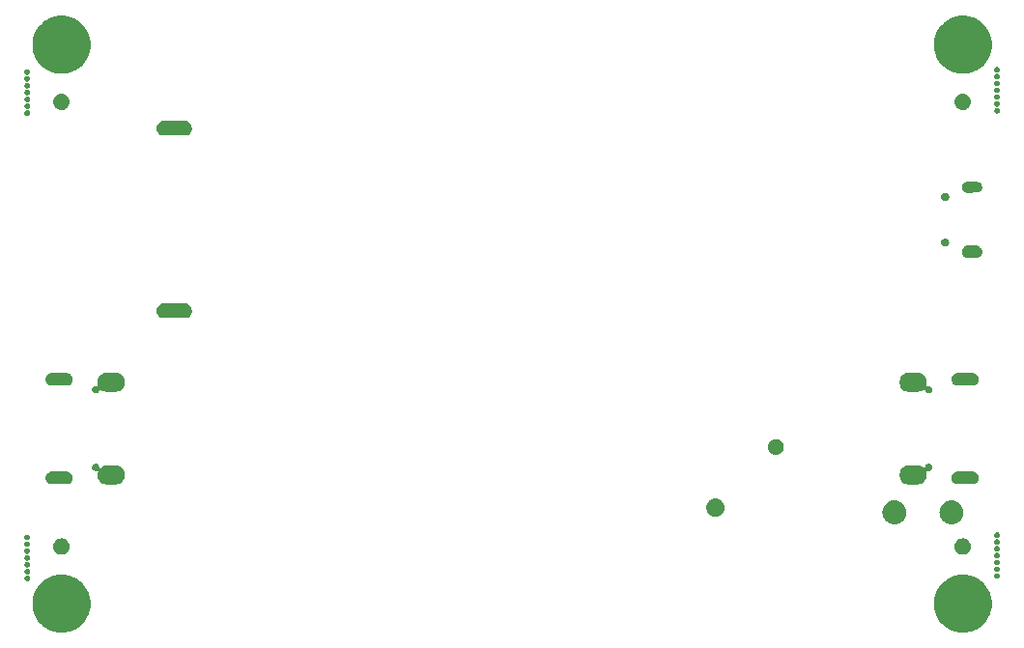
<source format=gbr>
%TF.GenerationSoftware,KiCad,Pcbnew,8.0.3*%
%TF.CreationDate,2024-07-18T08:38:12+12:00*%
%TF.ProjectId,USB Cable Tester,55534220-4361-4626-9c65-205465737465,rev?*%
%TF.SameCoordinates,Original*%
%TF.FileFunction,Soldermask,Bot*%
%TF.FilePolarity,Negative*%
%FSLAX46Y46*%
G04 Gerber Fmt 4.6, Leading zero omitted, Abs format (unit mm)*
G04 Created by KiCad (PCBNEW 8.0.3) date 2024-07-18 08:38:12*
%MOMM*%
%LPD*%
G01*
G04 APERTURE LIST*
G04 APERTURE END LIST*
G36*
X3081240Y-49455032D02*
G01*
X3160116Y-49455032D01*
X3232576Y-49464185D01*
X3307353Y-49468709D01*
X3393842Y-49484558D01*
X3477822Y-49495168D01*
X3542865Y-49511868D01*
X3610223Y-49524212D01*
X3700470Y-49552334D01*
X3787993Y-49574806D01*
X3844935Y-49597351D01*
X3904198Y-49615818D01*
X3996499Y-49657359D01*
X4085737Y-49692691D01*
X4134194Y-49719330D01*
X4184988Y-49742191D01*
X4277446Y-49798084D01*
X4366358Y-49846964D01*
X4406267Y-49875959D01*
X4448501Y-49901491D01*
X4539050Y-49972431D01*
X4625431Y-50035191D01*
X4657022Y-50064857D01*
X4690885Y-50091387D01*
X4777359Y-50177861D01*
X4858870Y-50254405D01*
X4882658Y-50283160D01*
X4908612Y-50309114D01*
X4988763Y-50411419D01*
X5062993Y-50501148D01*
X5079758Y-50527565D01*
X5098508Y-50551498D01*
X5170048Y-50669840D01*
X5234582Y-50771528D01*
X5245332Y-50794374D01*
X5257808Y-50815011D01*
X5318492Y-50949845D01*
X5370930Y-51061282D01*
X5376861Y-51079538D01*
X5384181Y-51095801D01*
X5431836Y-51248732D01*
X5469887Y-51365841D01*
X5472346Y-51378736D01*
X5475787Y-51389776D01*
X5508376Y-51567612D01*
X5529892Y-51680400D01*
X5530334Y-51687431D01*
X5531290Y-51692646D01*
X5546917Y-51951006D01*
X5550000Y-52000000D01*
X5546917Y-52048997D01*
X5531290Y-52307353D01*
X5530334Y-52312567D01*
X5529892Y-52319600D01*
X5508372Y-52432411D01*
X5475787Y-52610223D01*
X5472347Y-52621261D01*
X5469887Y-52634159D01*
X5431828Y-52751291D01*
X5384181Y-52904198D01*
X5376863Y-52920457D01*
X5370930Y-52938718D01*
X5318481Y-53050175D01*
X5257808Y-53184988D01*
X5245334Y-53205620D01*
X5234582Y-53228472D01*
X5170036Y-53330179D01*
X5098508Y-53448501D01*
X5079761Y-53472428D01*
X5062993Y-53498852D01*
X4988748Y-53588597D01*
X4908612Y-53690885D01*
X4882663Y-53716833D01*
X4858870Y-53745595D01*
X4777342Y-53822154D01*
X4690885Y-53908612D01*
X4657028Y-53935136D01*
X4625431Y-53964809D01*
X4539032Y-54027580D01*
X4448501Y-54098508D01*
X4406275Y-54124034D01*
X4366358Y-54153036D01*
X4277428Y-54201925D01*
X4184988Y-54257808D01*
X4134204Y-54280663D01*
X4085737Y-54307309D01*
X3996481Y-54342647D01*
X3904198Y-54384181D01*
X3844947Y-54402644D01*
X3787993Y-54425194D01*
X3700452Y-54447670D01*
X3610223Y-54475787D01*
X3542879Y-54488128D01*
X3477822Y-54504832D01*
X3393825Y-54515443D01*
X3307353Y-54531290D01*
X3232591Y-54535812D01*
X3160116Y-54544968D01*
X3081223Y-54544968D01*
X3000000Y-54549881D01*
X2918776Y-54544968D01*
X2839884Y-54544968D01*
X2767409Y-54535812D01*
X2692646Y-54531290D01*
X2606171Y-54515442D01*
X2522178Y-54504832D01*
X2457123Y-54488128D01*
X2389776Y-54475787D01*
X2299542Y-54447669D01*
X2212007Y-54425194D01*
X2155056Y-54402645D01*
X2095801Y-54384181D01*
X2003510Y-54342644D01*
X1914263Y-54307309D01*
X1865800Y-54280666D01*
X1815011Y-54257808D01*
X1722560Y-54201919D01*
X1633642Y-54153036D01*
X1593729Y-54124038D01*
X1551498Y-54098508D01*
X1460953Y-54027570D01*
X1374569Y-53964809D01*
X1342976Y-53935141D01*
X1309114Y-53908612D01*
X1222640Y-53822138D01*
X1141130Y-53745595D01*
X1117341Y-53716839D01*
X1091387Y-53690885D01*
X1011232Y-53588575D01*
X937007Y-53498852D01*
X920242Y-53472435D01*
X901491Y-53448501D01*
X829942Y-53330146D01*
X765418Y-53228472D01*
X754668Y-53205628D01*
X742191Y-53184988D01*
X681495Y-53050127D01*
X629070Y-52938718D01*
X623139Y-52920465D01*
X615818Y-52904198D01*
X568147Y-52751216D01*
X530113Y-52634159D01*
X527654Y-52621269D01*
X524212Y-52610223D01*
X491602Y-52432278D01*
X470108Y-52319600D01*
X469666Y-52312575D01*
X468709Y-52307353D01*
X453056Y-52048585D01*
X450000Y-52000000D01*
X453056Y-51951418D01*
X468709Y-51692646D01*
X469666Y-51687423D01*
X470108Y-51680400D01*
X491597Y-51567745D01*
X524212Y-51389776D01*
X527654Y-51378727D01*
X530113Y-51365841D01*
X568139Y-51248807D01*
X615818Y-51095801D01*
X623140Y-51079530D01*
X629070Y-51061282D01*
X681484Y-50949894D01*
X742191Y-50815011D01*
X754670Y-50794367D01*
X765418Y-50771528D01*
X829930Y-50669873D01*
X901491Y-50551498D01*
X920245Y-50527559D01*
X937007Y-50501148D01*
X1011217Y-50411442D01*
X1091387Y-50309114D01*
X1117345Y-50283155D01*
X1141130Y-50254405D01*
X1222624Y-50177876D01*
X1309114Y-50091387D01*
X1342982Y-50064852D01*
X1374569Y-50035191D01*
X1460936Y-49972441D01*
X1551498Y-49901491D01*
X1593737Y-49875956D01*
X1633642Y-49846964D01*
X1722542Y-49798090D01*
X1815011Y-49742191D01*
X1865810Y-49719328D01*
X1914263Y-49692691D01*
X2003492Y-49657362D01*
X2095801Y-49615818D01*
X2155067Y-49597349D01*
X2212007Y-49574806D01*
X2299524Y-49552335D01*
X2389776Y-49524212D01*
X2457136Y-49511867D01*
X2522178Y-49495168D01*
X2606153Y-49484559D01*
X2692646Y-49468709D01*
X2767424Y-49464185D01*
X2839884Y-49455032D01*
X2918760Y-49455032D01*
X3000000Y-49450118D01*
X3081240Y-49455032D01*
G37*
G36*
X82081240Y-49455032D02*
G01*
X82160116Y-49455032D01*
X82232576Y-49464185D01*
X82307353Y-49468709D01*
X82393842Y-49484558D01*
X82477822Y-49495168D01*
X82542865Y-49511868D01*
X82610223Y-49524212D01*
X82700470Y-49552334D01*
X82787993Y-49574806D01*
X82844935Y-49597351D01*
X82904198Y-49615818D01*
X82996499Y-49657359D01*
X83085737Y-49692691D01*
X83134194Y-49719330D01*
X83184988Y-49742191D01*
X83277446Y-49798084D01*
X83366358Y-49846964D01*
X83406267Y-49875959D01*
X83448501Y-49901491D01*
X83539050Y-49972431D01*
X83625431Y-50035191D01*
X83657022Y-50064857D01*
X83690885Y-50091387D01*
X83777359Y-50177861D01*
X83858870Y-50254405D01*
X83882658Y-50283160D01*
X83908612Y-50309114D01*
X83988763Y-50411419D01*
X84062993Y-50501148D01*
X84079758Y-50527565D01*
X84098508Y-50551498D01*
X84170048Y-50669840D01*
X84234582Y-50771528D01*
X84245332Y-50794374D01*
X84257808Y-50815011D01*
X84318492Y-50949845D01*
X84370930Y-51061282D01*
X84376861Y-51079538D01*
X84384181Y-51095801D01*
X84431836Y-51248732D01*
X84469887Y-51365841D01*
X84472346Y-51378736D01*
X84475787Y-51389776D01*
X84508376Y-51567612D01*
X84529892Y-51680400D01*
X84530334Y-51687431D01*
X84531290Y-51692646D01*
X84546917Y-51951006D01*
X84550000Y-52000000D01*
X84546917Y-52048997D01*
X84531290Y-52307353D01*
X84530334Y-52312567D01*
X84529892Y-52319600D01*
X84508372Y-52432411D01*
X84475787Y-52610223D01*
X84472347Y-52621261D01*
X84469887Y-52634159D01*
X84431828Y-52751291D01*
X84384181Y-52904198D01*
X84376863Y-52920457D01*
X84370930Y-52938718D01*
X84318481Y-53050175D01*
X84257808Y-53184988D01*
X84245334Y-53205620D01*
X84234582Y-53228472D01*
X84170036Y-53330179D01*
X84098508Y-53448501D01*
X84079761Y-53472428D01*
X84062993Y-53498852D01*
X83988748Y-53588597D01*
X83908612Y-53690885D01*
X83882663Y-53716833D01*
X83858870Y-53745595D01*
X83777342Y-53822154D01*
X83690885Y-53908612D01*
X83657028Y-53935136D01*
X83625431Y-53964809D01*
X83539032Y-54027580D01*
X83448501Y-54098508D01*
X83406275Y-54124034D01*
X83366358Y-54153036D01*
X83277428Y-54201925D01*
X83184988Y-54257808D01*
X83134204Y-54280663D01*
X83085737Y-54307309D01*
X82996481Y-54342647D01*
X82904198Y-54384181D01*
X82844947Y-54402644D01*
X82787993Y-54425194D01*
X82700452Y-54447670D01*
X82610223Y-54475787D01*
X82542879Y-54488128D01*
X82477822Y-54504832D01*
X82393825Y-54515443D01*
X82307353Y-54531290D01*
X82232591Y-54535812D01*
X82160116Y-54544968D01*
X82081223Y-54544968D01*
X82000000Y-54549881D01*
X81918776Y-54544968D01*
X81839884Y-54544968D01*
X81767409Y-54535812D01*
X81692646Y-54531290D01*
X81606171Y-54515442D01*
X81522178Y-54504832D01*
X81457123Y-54488128D01*
X81389776Y-54475787D01*
X81299542Y-54447669D01*
X81212007Y-54425194D01*
X81155056Y-54402645D01*
X81095801Y-54384181D01*
X81003510Y-54342644D01*
X80914263Y-54307309D01*
X80865800Y-54280666D01*
X80815011Y-54257808D01*
X80722560Y-54201919D01*
X80633642Y-54153036D01*
X80593729Y-54124038D01*
X80551498Y-54098508D01*
X80460953Y-54027570D01*
X80374569Y-53964809D01*
X80342976Y-53935141D01*
X80309114Y-53908612D01*
X80222640Y-53822138D01*
X80141130Y-53745595D01*
X80117341Y-53716839D01*
X80091387Y-53690885D01*
X80011232Y-53588575D01*
X79937007Y-53498852D01*
X79920242Y-53472435D01*
X79901491Y-53448501D01*
X79829942Y-53330146D01*
X79765418Y-53228472D01*
X79754668Y-53205628D01*
X79742191Y-53184988D01*
X79681495Y-53050127D01*
X79629070Y-52938718D01*
X79623139Y-52920465D01*
X79615818Y-52904198D01*
X79568147Y-52751216D01*
X79530113Y-52634159D01*
X79527654Y-52621269D01*
X79524212Y-52610223D01*
X79491602Y-52432278D01*
X79470108Y-52319600D01*
X79469666Y-52312575D01*
X79468709Y-52307353D01*
X79453056Y-52048585D01*
X79450000Y-52000000D01*
X79453056Y-51951418D01*
X79468709Y-51692646D01*
X79469666Y-51687423D01*
X79470108Y-51680400D01*
X79491597Y-51567745D01*
X79524212Y-51389776D01*
X79527654Y-51378727D01*
X79530113Y-51365841D01*
X79568139Y-51248807D01*
X79615818Y-51095801D01*
X79623140Y-51079530D01*
X79629070Y-51061282D01*
X79681484Y-50949894D01*
X79742191Y-50815011D01*
X79754670Y-50794367D01*
X79765418Y-50771528D01*
X79829930Y-50669873D01*
X79901491Y-50551498D01*
X79920245Y-50527559D01*
X79937007Y-50501148D01*
X80011217Y-50411442D01*
X80091387Y-50309114D01*
X80117345Y-50283155D01*
X80141130Y-50254405D01*
X80222624Y-50177876D01*
X80309114Y-50091387D01*
X80342982Y-50064852D01*
X80374569Y-50035191D01*
X80460936Y-49972441D01*
X80551498Y-49901491D01*
X80593737Y-49875956D01*
X80633642Y-49846964D01*
X80722542Y-49798090D01*
X80815011Y-49742191D01*
X80865810Y-49719328D01*
X80914263Y-49692691D01*
X81003492Y-49657362D01*
X81095801Y-49615818D01*
X81155067Y-49597349D01*
X81212007Y-49574806D01*
X81299524Y-49552335D01*
X81389776Y-49524212D01*
X81457136Y-49511867D01*
X81522178Y-49495168D01*
X81606153Y-49484559D01*
X81692646Y-49468709D01*
X81767424Y-49464185D01*
X81839884Y-49455032D01*
X81918760Y-49455032D01*
X82000000Y-49450118D01*
X82081240Y-49455032D01*
G37*
G36*
X24061Y-45954786D02*
G01*
X43238Y-45954786D01*
X66350Y-45963197D01*
X95671Y-45969030D01*
X111578Y-45979658D01*
X124498Y-45984361D01*
X147492Y-46003655D01*
X176777Y-46023223D01*
X184390Y-46034617D01*
X190742Y-46039947D01*
X208478Y-46070668D01*
X230970Y-46104329D01*
X232577Y-46112408D01*
X233981Y-46114840D01*
X241165Y-46155587D01*
X250000Y-46200000D01*
X241165Y-46244416D01*
X233981Y-46285159D01*
X232577Y-46287590D01*
X230970Y-46295671D01*
X208474Y-46329338D01*
X190742Y-46360052D01*
X184391Y-46365380D01*
X176777Y-46376777D01*
X147486Y-46396348D01*
X124498Y-46415638D01*
X111580Y-46420339D01*
X95671Y-46430970D01*
X66347Y-46436802D01*
X17760Y-46454487D01*
X17760Y-46545513D01*
X66350Y-46563197D01*
X95671Y-46569030D01*
X111578Y-46579658D01*
X124498Y-46584361D01*
X147492Y-46603655D01*
X176777Y-46623223D01*
X184390Y-46634617D01*
X190742Y-46639947D01*
X208478Y-46670668D01*
X230970Y-46704329D01*
X232577Y-46712408D01*
X233981Y-46714840D01*
X241165Y-46755587D01*
X250000Y-46800000D01*
X241165Y-46844416D01*
X233981Y-46885159D01*
X232577Y-46887590D01*
X230970Y-46895671D01*
X208474Y-46929338D01*
X190742Y-46960052D01*
X184391Y-46965380D01*
X176777Y-46976777D01*
X147486Y-46996348D01*
X124498Y-47015638D01*
X111580Y-47020339D01*
X95671Y-47030970D01*
X66347Y-47036802D01*
X17760Y-47054487D01*
X17760Y-47145513D01*
X66350Y-47163197D01*
X95671Y-47169030D01*
X111578Y-47179658D01*
X124498Y-47184361D01*
X147492Y-47203655D01*
X176777Y-47223223D01*
X184390Y-47234617D01*
X190742Y-47239947D01*
X208478Y-47270668D01*
X230970Y-47304329D01*
X232577Y-47312408D01*
X233981Y-47314840D01*
X241165Y-47355587D01*
X250000Y-47400000D01*
X241165Y-47444416D01*
X233981Y-47485159D01*
X232577Y-47487590D01*
X230970Y-47495671D01*
X208474Y-47529338D01*
X190742Y-47560052D01*
X184391Y-47565380D01*
X176777Y-47576777D01*
X147486Y-47596348D01*
X124498Y-47615638D01*
X111580Y-47620339D01*
X95671Y-47630970D01*
X66347Y-47636802D01*
X17760Y-47654487D01*
X17760Y-47745513D01*
X66350Y-47763197D01*
X95671Y-47769030D01*
X111578Y-47779658D01*
X124498Y-47784361D01*
X147492Y-47803655D01*
X176777Y-47823223D01*
X184390Y-47834617D01*
X190742Y-47839947D01*
X208478Y-47870668D01*
X230970Y-47904329D01*
X232577Y-47912408D01*
X233981Y-47914840D01*
X241165Y-47955587D01*
X250000Y-48000000D01*
X241165Y-48044416D01*
X233981Y-48085159D01*
X232577Y-48087590D01*
X230970Y-48095671D01*
X208474Y-48129338D01*
X190742Y-48160052D01*
X184391Y-48165380D01*
X176777Y-48176777D01*
X147486Y-48196348D01*
X124498Y-48215638D01*
X111580Y-48220339D01*
X95671Y-48230970D01*
X66347Y-48236802D01*
X17760Y-48254487D01*
X17760Y-48345513D01*
X66350Y-48363197D01*
X95671Y-48369030D01*
X111578Y-48379658D01*
X124498Y-48384361D01*
X147492Y-48403655D01*
X176777Y-48423223D01*
X184390Y-48434617D01*
X190742Y-48439947D01*
X208478Y-48470668D01*
X230970Y-48504329D01*
X232577Y-48512408D01*
X233981Y-48514840D01*
X241165Y-48555587D01*
X250000Y-48600000D01*
X241165Y-48644416D01*
X233981Y-48685159D01*
X232577Y-48687590D01*
X230970Y-48695671D01*
X208474Y-48729338D01*
X190742Y-48760052D01*
X184391Y-48765380D01*
X176777Y-48776777D01*
X147486Y-48796348D01*
X124498Y-48815638D01*
X111580Y-48820339D01*
X95671Y-48830970D01*
X66347Y-48836802D01*
X17760Y-48854487D01*
X17760Y-48945513D01*
X66350Y-48963197D01*
X95671Y-48969030D01*
X111578Y-48979658D01*
X124498Y-48984361D01*
X147492Y-49003655D01*
X176777Y-49023223D01*
X184390Y-49034617D01*
X190742Y-49039947D01*
X208478Y-49070668D01*
X230970Y-49104329D01*
X232577Y-49112408D01*
X233981Y-49114840D01*
X241165Y-49155587D01*
X250000Y-49200000D01*
X241165Y-49244416D01*
X233981Y-49285159D01*
X232577Y-49287590D01*
X230970Y-49295671D01*
X208474Y-49329338D01*
X190742Y-49360052D01*
X184391Y-49365380D01*
X176777Y-49376777D01*
X147486Y-49396348D01*
X124498Y-49415638D01*
X111580Y-49420339D01*
X95671Y-49430970D01*
X66347Y-49436802D01*
X17760Y-49454487D01*
X17760Y-49545513D01*
X66350Y-49563197D01*
X95671Y-49569030D01*
X111578Y-49579658D01*
X124498Y-49584361D01*
X147492Y-49603655D01*
X176777Y-49623223D01*
X184390Y-49634617D01*
X190742Y-49639947D01*
X208478Y-49670668D01*
X230970Y-49704329D01*
X232577Y-49712408D01*
X233981Y-49714840D01*
X241165Y-49755587D01*
X250000Y-49800000D01*
X241165Y-49844416D01*
X233981Y-49885159D01*
X232577Y-49887590D01*
X230970Y-49895671D01*
X208474Y-49929338D01*
X190742Y-49960052D01*
X184391Y-49965380D01*
X176777Y-49976777D01*
X147486Y-49996348D01*
X124498Y-50015638D01*
X111580Y-50020339D01*
X95671Y-50030970D01*
X66348Y-50036802D01*
X43238Y-50045214D01*
X24061Y-50045214D01*
X0Y-50050000D01*
X-24061Y-50045214D01*
X-43238Y-50045214D01*
X-66348Y-50036802D01*
X-95671Y-50030970D01*
X-111580Y-50020339D01*
X-124498Y-50015638D01*
X-147486Y-49996348D01*
X-176777Y-49976777D01*
X-184391Y-49965380D01*
X-190742Y-49960052D01*
X-208474Y-49929338D01*
X-230970Y-49895671D01*
X-232577Y-49887590D01*
X-233981Y-49885159D01*
X-241165Y-49844416D01*
X-250000Y-49800000D01*
X-241165Y-49755587D01*
X-233981Y-49714840D01*
X-232577Y-49712408D01*
X-230970Y-49704329D01*
X-208478Y-49670668D01*
X-190742Y-49639947D01*
X-184390Y-49634617D01*
X-176777Y-49623223D01*
X-147488Y-49603653D01*
X-124497Y-49584361D01*
X-111579Y-49579659D01*
X-95671Y-49569030D01*
X-66349Y-49563197D01*
X-17760Y-49545513D01*
X-17760Y-49454487D01*
X-66347Y-49436802D01*
X-95671Y-49430970D01*
X-111580Y-49420339D01*
X-124498Y-49415638D01*
X-147486Y-49396348D01*
X-176777Y-49376777D01*
X-184391Y-49365380D01*
X-190742Y-49360052D01*
X-208474Y-49329338D01*
X-230970Y-49295671D01*
X-232577Y-49287590D01*
X-233981Y-49285159D01*
X-241165Y-49244416D01*
X-250000Y-49200000D01*
X-241165Y-49155587D01*
X-233981Y-49114840D01*
X-232577Y-49112408D01*
X-230970Y-49104329D01*
X-208478Y-49070668D01*
X-190742Y-49039947D01*
X-184390Y-49034617D01*
X-176777Y-49023223D01*
X-147488Y-49003653D01*
X-124497Y-48984361D01*
X-111579Y-48979659D01*
X-95671Y-48969030D01*
X-66349Y-48963197D01*
X-17760Y-48945513D01*
X-17760Y-48854487D01*
X-66347Y-48836802D01*
X-95671Y-48830970D01*
X-111580Y-48820339D01*
X-124498Y-48815638D01*
X-147486Y-48796348D01*
X-176777Y-48776777D01*
X-184391Y-48765380D01*
X-190742Y-48760052D01*
X-208474Y-48729338D01*
X-230970Y-48695671D01*
X-232577Y-48687590D01*
X-233981Y-48685159D01*
X-241165Y-48644416D01*
X-250000Y-48600000D01*
X-241165Y-48555587D01*
X-233981Y-48514840D01*
X-232577Y-48512408D01*
X-230970Y-48504329D01*
X-208478Y-48470668D01*
X-190742Y-48439947D01*
X-184390Y-48434617D01*
X-176777Y-48423223D01*
X-147488Y-48403653D01*
X-124497Y-48384361D01*
X-111579Y-48379659D01*
X-95671Y-48369030D01*
X-66349Y-48363197D01*
X-17760Y-48345513D01*
X-17760Y-48254487D01*
X-66347Y-48236802D01*
X-95671Y-48230970D01*
X-111580Y-48220339D01*
X-124498Y-48215638D01*
X-147486Y-48196348D01*
X-176777Y-48176777D01*
X-184391Y-48165380D01*
X-190742Y-48160052D01*
X-208474Y-48129338D01*
X-230970Y-48095671D01*
X-232577Y-48087590D01*
X-233981Y-48085159D01*
X-241165Y-48044416D01*
X-250000Y-48000000D01*
X-241165Y-47955587D01*
X-233981Y-47914840D01*
X-232577Y-47912408D01*
X-230970Y-47904329D01*
X-208478Y-47870668D01*
X-190742Y-47839947D01*
X-184390Y-47834617D01*
X-176777Y-47823223D01*
X-147488Y-47803653D01*
X-124497Y-47784361D01*
X-111579Y-47779659D01*
X-95671Y-47769030D01*
X-66349Y-47763197D01*
X-17760Y-47745513D01*
X-17760Y-47654487D01*
X-66347Y-47636802D01*
X-95671Y-47630970D01*
X-111580Y-47620339D01*
X-124498Y-47615638D01*
X-147486Y-47596348D01*
X-176777Y-47576777D01*
X-184391Y-47565380D01*
X-190742Y-47560052D01*
X-208474Y-47529338D01*
X-230970Y-47495671D01*
X-232577Y-47487590D01*
X-233981Y-47485159D01*
X-241165Y-47444416D01*
X-250000Y-47400000D01*
X-241165Y-47355587D01*
X-233981Y-47314840D01*
X-232577Y-47312408D01*
X-230970Y-47304329D01*
X-208478Y-47270668D01*
X-190742Y-47239947D01*
X-184390Y-47234617D01*
X-176777Y-47223223D01*
X-147488Y-47203653D01*
X-124497Y-47184361D01*
X-111579Y-47179659D01*
X-95671Y-47169030D01*
X-66349Y-47163197D01*
X-17760Y-47145513D01*
X-17760Y-47054487D01*
X-66347Y-47036802D01*
X-95671Y-47030970D01*
X-111580Y-47020339D01*
X-124498Y-47015638D01*
X-147486Y-46996348D01*
X-176777Y-46976777D01*
X-184391Y-46965380D01*
X-190742Y-46960052D01*
X-208474Y-46929338D01*
X-230970Y-46895671D01*
X-232577Y-46887590D01*
X-233981Y-46885159D01*
X-241165Y-46844416D01*
X-250000Y-46800000D01*
X-241165Y-46755587D01*
X-233981Y-46714840D01*
X-232577Y-46712408D01*
X-230970Y-46704329D01*
X-208478Y-46670668D01*
X-190742Y-46639947D01*
X-184390Y-46634617D01*
X-176777Y-46623223D01*
X-147488Y-46603653D01*
X-124497Y-46584361D01*
X-111579Y-46579659D01*
X-95671Y-46569030D01*
X-66349Y-46563197D01*
X-17760Y-46545513D01*
X-17760Y-46454487D01*
X-66347Y-46436802D01*
X-95671Y-46430970D01*
X-111580Y-46420339D01*
X-124498Y-46415638D01*
X-147486Y-46396348D01*
X-176777Y-46376777D01*
X-184391Y-46365380D01*
X-190742Y-46360052D01*
X-208474Y-46329338D01*
X-230970Y-46295671D01*
X-232577Y-46287590D01*
X-233981Y-46285159D01*
X-241165Y-46244416D01*
X-250000Y-46200000D01*
X-241165Y-46155587D01*
X-233981Y-46114840D01*
X-232577Y-46112408D01*
X-230970Y-46104329D01*
X-208478Y-46070668D01*
X-190742Y-46039947D01*
X-184390Y-46034617D01*
X-176777Y-46023223D01*
X-147488Y-46003653D01*
X-124497Y-45984361D01*
X-111579Y-45979659D01*
X-95671Y-45969030D01*
X-66349Y-45963197D01*
X-43238Y-45954786D01*
X-24061Y-45954786D01*
X0Y-45950000D01*
X24061Y-45954786D01*
G37*
G36*
X85024061Y-45754786D02*
G01*
X85043238Y-45754786D01*
X85066350Y-45763197D01*
X85095671Y-45769030D01*
X85111578Y-45779658D01*
X85124498Y-45784361D01*
X85147492Y-45803655D01*
X85176777Y-45823223D01*
X85184390Y-45834617D01*
X85190742Y-45839947D01*
X85208478Y-45870668D01*
X85230970Y-45904329D01*
X85232577Y-45912408D01*
X85233981Y-45914840D01*
X85241165Y-45955587D01*
X85250000Y-46000000D01*
X85241165Y-46044416D01*
X85233981Y-46085159D01*
X85232577Y-46087590D01*
X85230970Y-46095671D01*
X85208474Y-46129338D01*
X85190742Y-46160052D01*
X85184391Y-46165380D01*
X85176777Y-46176777D01*
X85147486Y-46196348D01*
X85124498Y-46215638D01*
X85111580Y-46220339D01*
X85095671Y-46230970D01*
X85066347Y-46236802D01*
X85017760Y-46254487D01*
X85017760Y-46345513D01*
X85066350Y-46363197D01*
X85095671Y-46369030D01*
X85111578Y-46379658D01*
X85124498Y-46384361D01*
X85147492Y-46403655D01*
X85176777Y-46423223D01*
X85184390Y-46434617D01*
X85190742Y-46439947D01*
X85208478Y-46470668D01*
X85230970Y-46504329D01*
X85232577Y-46512408D01*
X85233981Y-46514840D01*
X85241165Y-46555587D01*
X85250000Y-46600000D01*
X85241165Y-46644416D01*
X85233981Y-46685159D01*
X85232577Y-46687590D01*
X85230970Y-46695671D01*
X85208474Y-46729338D01*
X85190742Y-46760052D01*
X85184391Y-46765380D01*
X85176777Y-46776777D01*
X85147486Y-46796348D01*
X85124498Y-46815638D01*
X85111580Y-46820339D01*
X85095671Y-46830970D01*
X85066347Y-46836802D01*
X85017760Y-46854487D01*
X85017760Y-46945513D01*
X85066350Y-46963197D01*
X85095671Y-46969030D01*
X85111578Y-46979658D01*
X85124498Y-46984361D01*
X85147492Y-47003655D01*
X85176777Y-47023223D01*
X85184390Y-47034617D01*
X85190742Y-47039947D01*
X85208478Y-47070668D01*
X85230970Y-47104329D01*
X85232577Y-47112408D01*
X85233981Y-47114840D01*
X85241165Y-47155587D01*
X85250000Y-47200000D01*
X85241165Y-47244416D01*
X85233981Y-47285159D01*
X85232577Y-47287590D01*
X85230970Y-47295671D01*
X85208474Y-47329338D01*
X85190742Y-47360052D01*
X85184391Y-47365380D01*
X85176777Y-47376777D01*
X85147486Y-47396348D01*
X85124498Y-47415638D01*
X85111580Y-47420339D01*
X85095671Y-47430970D01*
X85066347Y-47436802D01*
X85017760Y-47454487D01*
X85017760Y-47545513D01*
X85066350Y-47563197D01*
X85095671Y-47569030D01*
X85111578Y-47579658D01*
X85124498Y-47584361D01*
X85147492Y-47603655D01*
X85176777Y-47623223D01*
X85184390Y-47634617D01*
X85190742Y-47639947D01*
X85208478Y-47670668D01*
X85230970Y-47704329D01*
X85232577Y-47712408D01*
X85233981Y-47714840D01*
X85241165Y-47755587D01*
X85250000Y-47800000D01*
X85241165Y-47844416D01*
X85233981Y-47885159D01*
X85232577Y-47887590D01*
X85230970Y-47895671D01*
X85208474Y-47929338D01*
X85190742Y-47960052D01*
X85184391Y-47965380D01*
X85176777Y-47976777D01*
X85147486Y-47996348D01*
X85124498Y-48015638D01*
X85111580Y-48020339D01*
X85095671Y-48030970D01*
X85066347Y-48036802D01*
X85017760Y-48054487D01*
X85017760Y-48145513D01*
X85066350Y-48163197D01*
X85095671Y-48169030D01*
X85111578Y-48179658D01*
X85124498Y-48184361D01*
X85147492Y-48203655D01*
X85176777Y-48223223D01*
X85184390Y-48234617D01*
X85190742Y-48239947D01*
X85208478Y-48270668D01*
X85230970Y-48304329D01*
X85232577Y-48312408D01*
X85233981Y-48314840D01*
X85241165Y-48355587D01*
X85250000Y-48400000D01*
X85241165Y-48444416D01*
X85233981Y-48485159D01*
X85232577Y-48487590D01*
X85230970Y-48495671D01*
X85208474Y-48529338D01*
X85190742Y-48560052D01*
X85184391Y-48565380D01*
X85176777Y-48576777D01*
X85147486Y-48596348D01*
X85124498Y-48615638D01*
X85111580Y-48620339D01*
X85095671Y-48630970D01*
X85066347Y-48636802D01*
X85017760Y-48654487D01*
X85017760Y-48745513D01*
X85066350Y-48763197D01*
X85095671Y-48769030D01*
X85111578Y-48779658D01*
X85124498Y-48784361D01*
X85147492Y-48803655D01*
X85176777Y-48823223D01*
X85184390Y-48834617D01*
X85190742Y-48839947D01*
X85208478Y-48870668D01*
X85230970Y-48904329D01*
X85232577Y-48912408D01*
X85233981Y-48914840D01*
X85241165Y-48955587D01*
X85250000Y-49000000D01*
X85241165Y-49044416D01*
X85233981Y-49085159D01*
X85232577Y-49087590D01*
X85230970Y-49095671D01*
X85208474Y-49129338D01*
X85190742Y-49160052D01*
X85184391Y-49165380D01*
X85176777Y-49176777D01*
X85147486Y-49196348D01*
X85124498Y-49215638D01*
X85111580Y-49220339D01*
X85095671Y-49230970D01*
X85066347Y-49236802D01*
X85017760Y-49254487D01*
X85017760Y-49345513D01*
X85066350Y-49363197D01*
X85095671Y-49369030D01*
X85111578Y-49379658D01*
X85124498Y-49384361D01*
X85147492Y-49403655D01*
X85176777Y-49423223D01*
X85184390Y-49434617D01*
X85190742Y-49439947D01*
X85208478Y-49470668D01*
X85230970Y-49504329D01*
X85232577Y-49512408D01*
X85233981Y-49514840D01*
X85241165Y-49555587D01*
X85250000Y-49600000D01*
X85241165Y-49644416D01*
X85233981Y-49685159D01*
X85232577Y-49687590D01*
X85230970Y-49695671D01*
X85208474Y-49729338D01*
X85190742Y-49760052D01*
X85184391Y-49765380D01*
X85176777Y-49776777D01*
X85147486Y-49796348D01*
X85124498Y-49815638D01*
X85111580Y-49820339D01*
X85095671Y-49830970D01*
X85066348Y-49836802D01*
X85043238Y-49845214D01*
X85024061Y-49845214D01*
X85000000Y-49850000D01*
X84975939Y-49845214D01*
X84956762Y-49845214D01*
X84933651Y-49836802D01*
X84904329Y-49830970D01*
X84888420Y-49820340D01*
X84875501Y-49815638D01*
X84852508Y-49796345D01*
X84823223Y-49776777D01*
X84815609Y-49765382D01*
X84809257Y-49760052D01*
X84791518Y-49729327D01*
X84769030Y-49695671D01*
X84767423Y-49687592D01*
X84766018Y-49685159D01*
X84758826Y-49644371D01*
X84750000Y-49600000D01*
X84758825Y-49555632D01*
X84766018Y-49514840D01*
X84767423Y-49512405D01*
X84769030Y-49504329D01*
X84791513Y-49470679D01*
X84809257Y-49439947D01*
X84815610Y-49434615D01*
X84823223Y-49423223D01*
X84852506Y-49403656D01*
X84875502Y-49384361D01*
X84888422Y-49379658D01*
X84904329Y-49369030D01*
X84933648Y-49363198D01*
X84982239Y-49345513D01*
X84982239Y-49254487D01*
X84933650Y-49236802D01*
X84904329Y-49230970D01*
X84888420Y-49220340D01*
X84875501Y-49215638D01*
X84852508Y-49196345D01*
X84823223Y-49176777D01*
X84815609Y-49165382D01*
X84809257Y-49160052D01*
X84791518Y-49129327D01*
X84769030Y-49095671D01*
X84767423Y-49087592D01*
X84766018Y-49085159D01*
X84758826Y-49044371D01*
X84750000Y-49000000D01*
X84758825Y-48955632D01*
X84766018Y-48914840D01*
X84767423Y-48912405D01*
X84769030Y-48904329D01*
X84791513Y-48870679D01*
X84809257Y-48839947D01*
X84815610Y-48834615D01*
X84823223Y-48823223D01*
X84852506Y-48803656D01*
X84875502Y-48784361D01*
X84888422Y-48779658D01*
X84904329Y-48769030D01*
X84933648Y-48763198D01*
X84982239Y-48745513D01*
X84982239Y-48654487D01*
X84933650Y-48636802D01*
X84904329Y-48630970D01*
X84888420Y-48620340D01*
X84875501Y-48615638D01*
X84852508Y-48596345D01*
X84823223Y-48576777D01*
X84815609Y-48565382D01*
X84809257Y-48560052D01*
X84791518Y-48529327D01*
X84769030Y-48495671D01*
X84767423Y-48487592D01*
X84766018Y-48485159D01*
X84758826Y-48444371D01*
X84750000Y-48400000D01*
X84758825Y-48355632D01*
X84766018Y-48314840D01*
X84767423Y-48312405D01*
X84769030Y-48304329D01*
X84791513Y-48270679D01*
X84809257Y-48239947D01*
X84815610Y-48234615D01*
X84823223Y-48223223D01*
X84852506Y-48203656D01*
X84875502Y-48184361D01*
X84888422Y-48179658D01*
X84904329Y-48169030D01*
X84933648Y-48163198D01*
X84982239Y-48145513D01*
X84982239Y-48054487D01*
X84933650Y-48036802D01*
X84904329Y-48030970D01*
X84888420Y-48020340D01*
X84875501Y-48015638D01*
X84852508Y-47996345D01*
X84823223Y-47976777D01*
X84815609Y-47965382D01*
X84809257Y-47960052D01*
X84791518Y-47929327D01*
X84769030Y-47895671D01*
X84767423Y-47887592D01*
X84766018Y-47885159D01*
X84758826Y-47844371D01*
X84750000Y-47800000D01*
X84758825Y-47755632D01*
X84766018Y-47714840D01*
X84767423Y-47712405D01*
X84769030Y-47704329D01*
X84791513Y-47670679D01*
X84809257Y-47639947D01*
X84815610Y-47634615D01*
X84823223Y-47623223D01*
X84852506Y-47603656D01*
X84875502Y-47584361D01*
X84888422Y-47579658D01*
X84904329Y-47569030D01*
X84933648Y-47563198D01*
X84982239Y-47545513D01*
X84982239Y-47454487D01*
X84933650Y-47436802D01*
X84904329Y-47430970D01*
X84888420Y-47420340D01*
X84875501Y-47415638D01*
X84852508Y-47396345D01*
X84823223Y-47376777D01*
X84815609Y-47365382D01*
X84809257Y-47360052D01*
X84791518Y-47329327D01*
X84769030Y-47295671D01*
X84767423Y-47287592D01*
X84766018Y-47285159D01*
X84758826Y-47244371D01*
X84750000Y-47200000D01*
X84758825Y-47155632D01*
X84766018Y-47114840D01*
X84767423Y-47112405D01*
X84769030Y-47104329D01*
X84791513Y-47070679D01*
X84809257Y-47039947D01*
X84815610Y-47034615D01*
X84823223Y-47023223D01*
X84852506Y-47003656D01*
X84875502Y-46984361D01*
X84888422Y-46979658D01*
X84904329Y-46969030D01*
X84933648Y-46963198D01*
X84982239Y-46945513D01*
X84982239Y-46854487D01*
X84933650Y-46836802D01*
X84904329Y-46830970D01*
X84888420Y-46820340D01*
X84875501Y-46815638D01*
X84852508Y-46796345D01*
X84823223Y-46776777D01*
X84815609Y-46765382D01*
X84809257Y-46760052D01*
X84791518Y-46729327D01*
X84769030Y-46695671D01*
X84767423Y-46687592D01*
X84766018Y-46685159D01*
X84758826Y-46644371D01*
X84750000Y-46600000D01*
X84758825Y-46555632D01*
X84766018Y-46514840D01*
X84767423Y-46512405D01*
X84769030Y-46504329D01*
X84791513Y-46470679D01*
X84809257Y-46439947D01*
X84815610Y-46434615D01*
X84823223Y-46423223D01*
X84852506Y-46403656D01*
X84875502Y-46384361D01*
X84888422Y-46379658D01*
X84904329Y-46369030D01*
X84933648Y-46363198D01*
X84982239Y-46345513D01*
X84982239Y-46254487D01*
X84933650Y-46236802D01*
X84904329Y-46230970D01*
X84888420Y-46220340D01*
X84875501Y-46215638D01*
X84852508Y-46196345D01*
X84823223Y-46176777D01*
X84815609Y-46165382D01*
X84809257Y-46160052D01*
X84791518Y-46129327D01*
X84769030Y-46095671D01*
X84767423Y-46087592D01*
X84766018Y-46085159D01*
X84758826Y-46044371D01*
X84750000Y-46000000D01*
X84758825Y-45955632D01*
X84766018Y-45914840D01*
X84767423Y-45912405D01*
X84769030Y-45904329D01*
X84791513Y-45870679D01*
X84809257Y-45839947D01*
X84815610Y-45834615D01*
X84823223Y-45823223D01*
X84852506Y-45803656D01*
X84875502Y-45784361D01*
X84888421Y-45779658D01*
X84904329Y-45769030D01*
X84933649Y-45763197D01*
X84956762Y-45754786D01*
X84975939Y-45754786D01*
X85000000Y-45750000D01*
X85024061Y-45754786D01*
G37*
G36*
X3161105Y-46294152D02*
G01*
X3314132Y-46347699D01*
X3451407Y-46433954D01*
X3566046Y-46548593D01*
X3652301Y-46685868D01*
X3705848Y-46838895D01*
X3724000Y-47000000D01*
X3705848Y-47161105D01*
X3652301Y-47314132D01*
X3566046Y-47451407D01*
X3451407Y-47566046D01*
X3314132Y-47652301D01*
X3161105Y-47705848D01*
X3000000Y-47724000D01*
X2838895Y-47705848D01*
X2685868Y-47652301D01*
X2548593Y-47566046D01*
X2433954Y-47451407D01*
X2347699Y-47314132D01*
X2294152Y-47161105D01*
X2276000Y-47000000D01*
X2294152Y-46838895D01*
X2347699Y-46685868D01*
X2433954Y-46548593D01*
X2548593Y-46433954D01*
X2685868Y-46347699D01*
X2838895Y-46294152D01*
X3000000Y-46276000D01*
X3161105Y-46294152D01*
G37*
G36*
X82161105Y-46294152D02*
G01*
X82314132Y-46347699D01*
X82451407Y-46433954D01*
X82566046Y-46548593D01*
X82652301Y-46685868D01*
X82705848Y-46838895D01*
X82724000Y-47000000D01*
X82705848Y-47161105D01*
X82652301Y-47314132D01*
X82566046Y-47451407D01*
X82451407Y-47566046D01*
X82314132Y-47652301D01*
X82161105Y-47705848D01*
X82000000Y-47724000D01*
X81838895Y-47705848D01*
X81685868Y-47652301D01*
X81548593Y-47566046D01*
X81433954Y-47451407D01*
X81347699Y-47314132D01*
X81294152Y-47161105D01*
X81276000Y-47000000D01*
X81294152Y-46838895D01*
X81347699Y-46685868D01*
X81433954Y-46548593D01*
X81548593Y-46433954D01*
X81685868Y-46347699D01*
X81838895Y-46294152D01*
X82000000Y-46276000D01*
X82161105Y-46294152D01*
G37*
G36*
X76048290Y-42954756D02*
G01*
X76096857Y-42954756D01*
X76150940Y-42964866D01*
X76204845Y-42970175D01*
X76245797Y-42982597D01*
X76287268Y-42990350D01*
X76344700Y-43012599D01*
X76401818Y-43029926D01*
X76434454Y-43047370D01*
X76467901Y-43060328D01*
X76526019Y-43096313D01*
X76583349Y-43126957D01*
X76607435Y-43146724D01*
X76632599Y-43162305D01*
X76688357Y-43213135D01*
X76742462Y-43257538D01*
X76758494Y-43277074D01*
X76775752Y-43292806D01*
X76825847Y-43359143D01*
X76873043Y-43416651D01*
X76882170Y-43433726D01*
X76892489Y-43447391D01*
X76933544Y-43529841D01*
X76970074Y-43598182D01*
X76973969Y-43611024D01*
X76978836Y-43620797D01*
X77007579Y-43721820D01*
X77029825Y-43795155D01*
X77030555Y-43802576D01*
X77031847Y-43807114D01*
X77045281Y-43952086D01*
X77050000Y-44000000D01*
X77045280Y-44047917D01*
X77031847Y-44192885D01*
X77030556Y-44197422D01*
X77029825Y-44204845D01*
X77007574Y-44278195D01*
X76978836Y-44379202D01*
X76973970Y-44388973D01*
X76970074Y-44401818D01*
X76933537Y-44470172D01*
X76892489Y-44552608D01*
X76882172Y-44566269D01*
X76873043Y-44583349D01*
X76825838Y-44640868D01*
X76775752Y-44707193D01*
X76758498Y-44722921D01*
X76742462Y-44742462D01*
X76688346Y-44786873D01*
X76632599Y-44837694D01*
X76607440Y-44853271D01*
X76583349Y-44873043D01*
X76526007Y-44903692D01*
X76467901Y-44939671D01*
X76434461Y-44952625D01*
X76401818Y-44970074D01*
X76344688Y-44987403D01*
X76287268Y-45009649D01*
X76245804Y-45017400D01*
X76204845Y-45029825D01*
X76150937Y-45035134D01*
X76096857Y-45045244D01*
X76048290Y-45045244D01*
X76000000Y-45050000D01*
X75951710Y-45045244D01*
X75903143Y-45045244D01*
X75849061Y-45035134D01*
X75795155Y-45029825D01*
X75754196Y-45017400D01*
X75712731Y-45009649D01*
X75655306Y-44987402D01*
X75598182Y-44970074D01*
X75565541Y-44952627D01*
X75532098Y-44939671D01*
X75473985Y-44903689D01*
X75416651Y-44873043D01*
X75392562Y-44853273D01*
X75367400Y-44837694D01*
X75311643Y-44786865D01*
X75257538Y-44742462D01*
X75241504Y-44722925D01*
X75224247Y-44707193D01*
X75174149Y-44640852D01*
X75126957Y-44583349D01*
X75117830Y-44566274D01*
X75107510Y-44552608D01*
X75066447Y-44470145D01*
X75029926Y-44401818D01*
X75026031Y-44388978D01*
X75021163Y-44379202D01*
X74992409Y-44278141D01*
X74970175Y-44204845D01*
X74969444Y-44197427D01*
X74968152Y-44192885D01*
X74954702Y-44047745D01*
X74950000Y-44000000D01*
X74954702Y-43952258D01*
X74968152Y-43807114D01*
X74969444Y-43802570D01*
X74970175Y-43795155D01*
X74992404Y-43721873D01*
X75021163Y-43620797D01*
X75026031Y-43611018D01*
X75029926Y-43598182D01*
X75066440Y-43529868D01*
X75107510Y-43447391D01*
X75117832Y-43433722D01*
X75126957Y-43416651D01*
X75174139Y-43359158D01*
X75224247Y-43292806D01*
X75241508Y-43277070D01*
X75257538Y-43257538D01*
X75311632Y-43213143D01*
X75367400Y-43162305D01*
X75392567Y-43146721D01*
X75416651Y-43126957D01*
X75473973Y-43096317D01*
X75532098Y-43060328D01*
X75565548Y-43047369D01*
X75598182Y-43029926D01*
X75655294Y-43012601D01*
X75712731Y-42990350D01*
X75754203Y-42982597D01*
X75795155Y-42970175D01*
X75849058Y-42964866D01*
X75903143Y-42954756D01*
X75951710Y-42954756D01*
X76000000Y-42950000D01*
X76048290Y-42954756D01*
G37*
G36*
X81048290Y-42954756D02*
G01*
X81096857Y-42954756D01*
X81150940Y-42964866D01*
X81204845Y-42970175D01*
X81245797Y-42982597D01*
X81287268Y-42990350D01*
X81344700Y-43012599D01*
X81401818Y-43029926D01*
X81434454Y-43047370D01*
X81467901Y-43060328D01*
X81526019Y-43096313D01*
X81583349Y-43126957D01*
X81607435Y-43146724D01*
X81632599Y-43162305D01*
X81688357Y-43213135D01*
X81742462Y-43257538D01*
X81758494Y-43277074D01*
X81775752Y-43292806D01*
X81825847Y-43359143D01*
X81873043Y-43416651D01*
X81882170Y-43433726D01*
X81892489Y-43447391D01*
X81933544Y-43529841D01*
X81970074Y-43598182D01*
X81973969Y-43611024D01*
X81978836Y-43620797D01*
X82007579Y-43721820D01*
X82029825Y-43795155D01*
X82030555Y-43802576D01*
X82031847Y-43807114D01*
X82045281Y-43952086D01*
X82050000Y-44000000D01*
X82045280Y-44047917D01*
X82031847Y-44192885D01*
X82030556Y-44197422D01*
X82029825Y-44204845D01*
X82007574Y-44278195D01*
X81978836Y-44379202D01*
X81973970Y-44388973D01*
X81970074Y-44401818D01*
X81933537Y-44470172D01*
X81892489Y-44552608D01*
X81882172Y-44566269D01*
X81873043Y-44583349D01*
X81825838Y-44640868D01*
X81775752Y-44707193D01*
X81758498Y-44722921D01*
X81742462Y-44742462D01*
X81688346Y-44786873D01*
X81632599Y-44837694D01*
X81607440Y-44853271D01*
X81583349Y-44873043D01*
X81526007Y-44903692D01*
X81467901Y-44939671D01*
X81434461Y-44952625D01*
X81401818Y-44970074D01*
X81344688Y-44987403D01*
X81287268Y-45009649D01*
X81245804Y-45017400D01*
X81204845Y-45029825D01*
X81150937Y-45035134D01*
X81096857Y-45045244D01*
X81048290Y-45045244D01*
X81000000Y-45050000D01*
X80951710Y-45045244D01*
X80903143Y-45045244D01*
X80849061Y-45035134D01*
X80795155Y-45029825D01*
X80754196Y-45017400D01*
X80712731Y-45009649D01*
X80655306Y-44987402D01*
X80598182Y-44970074D01*
X80565541Y-44952627D01*
X80532098Y-44939671D01*
X80473985Y-44903689D01*
X80416651Y-44873043D01*
X80392562Y-44853273D01*
X80367400Y-44837694D01*
X80311643Y-44786865D01*
X80257538Y-44742462D01*
X80241504Y-44722925D01*
X80224247Y-44707193D01*
X80174149Y-44640852D01*
X80126957Y-44583349D01*
X80117830Y-44566274D01*
X80107510Y-44552608D01*
X80066447Y-44470145D01*
X80029926Y-44401818D01*
X80026031Y-44388978D01*
X80021163Y-44379202D01*
X79992409Y-44278141D01*
X79970175Y-44204845D01*
X79969444Y-44197427D01*
X79968152Y-44192885D01*
X79954702Y-44047745D01*
X79950000Y-44000000D01*
X79954702Y-43952258D01*
X79968152Y-43807114D01*
X79969444Y-43802570D01*
X79970175Y-43795155D01*
X79992404Y-43721873D01*
X80021163Y-43620797D01*
X80026031Y-43611018D01*
X80029926Y-43598182D01*
X80066440Y-43529868D01*
X80107510Y-43447391D01*
X80117832Y-43433722D01*
X80126957Y-43416651D01*
X80174139Y-43359158D01*
X80224247Y-43292806D01*
X80241508Y-43277070D01*
X80257538Y-43257538D01*
X80311632Y-43213143D01*
X80367400Y-43162305D01*
X80392567Y-43146721D01*
X80416651Y-43126957D01*
X80473973Y-43096317D01*
X80532098Y-43060328D01*
X80565548Y-43047369D01*
X80598182Y-43029926D01*
X80655294Y-43012601D01*
X80712731Y-42990350D01*
X80754203Y-42982597D01*
X80795155Y-42970175D01*
X80849058Y-42964866D01*
X80903143Y-42954756D01*
X80951710Y-42954756D01*
X81000000Y-42950000D01*
X81048290Y-42954756D01*
G37*
G36*
X60356092Y-42790695D02*
G01*
X60397617Y-42790695D01*
X60444461Y-42800651D01*
X60492051Y-42806014D01*
X60526654Y-42818122D01*
X60561139Y-42825452D01*
X60610837Y-42847578D01*
X60661144Y-42865182D01*
X60687329Y-42881635D01*
X60713859Y-42893447D01*
X60763322Y-42929384D01*
X60812831Y-42960493D01*
X60830612Y-42978274D01*
X60849106Y-42991711D01*
X60894831Y-43042493D01*
X60939507Y-43087169D01*
X60949781Y-43103520D01*
X60960965Y-43115941D01*
X60999226Y-43182213D01*
X61034818Y-43238856D01*
X61039261Y-43251555D01*
X61044551Y-43260717D01*
X61071634Y-43344071D01*
X61093986Y-43407949D01*
X61094833Y-43415471D01*
X61096211Y-43419711D01*
X61108701Y-43538550D01*
X61114044Y-43585968D01*
X61108700Y-43633389D01*
X61096211Y-43752224D01*
X61094833Y-43756462D01*
X61093986Y-43763987D01*
X61071629Y-43827877D01*
X61044551Y-43911218D01*
X61039262Y-43920377D01*
X61034818Y-43933080D01*
X60999219Y-43989734D01*
X60960965Y-44055994D01*
X60949783Y-44068412D01*
X60939507Y-44084767D01*
X60894822Y-44129451D01*
X60849106Y-44180224D01*
X60830616Y-44193657D01*
X60812831Y-44211443D01*
X60763312Y-44242557D01*
X60713859Y-44278488D01*
X60687334Y-44290297D01*
X60661144Y-44306754D01*
X60610826Y-44324360D01*
X60561139Y-44346483D01*
X60526660Y-44353811D01*
X60492051Y-44365922D01*
X60444458Y-44371284D01*
X60397617Y-44381241D01*
X60356092Y-44381241D01*
X60314032Y-44385980D01*
X60271972Y-44381241D01*
X60230447Y-44381241D01*
X60183604Y-44371284D01*
X60136013Y-44365922D01*
X60101405Y-44353812D01*
X60066924Y-44346483D01*
X60017232Y-44324359D01*
X59966920Y-44306754D01*
X59940731Y-44290298D01*
X59914204Y-44278488D01*
X59864744Y-44242552D01*
X59815233Y-44211443D01*
X59797450Y-44193660D01*
X59778957Y-44180224D01*
X59733231Y-44129441D01*
X59688557Y-44084767D01*
X59678283Y-44068416D01*
X59667098Y-44055994D01*
X59628831Y-43989714D01*
X59593246Y-43933080D01*
X59588802Y-43920381D01*
X59583512Y-43911218D01*
X59556420Y-43827837D01*
X59534078Y-43763987D01*
X59533230Y-43756467D01*
X59531852Y-43752224D01*
X59519348Y-43633257D01*
X59514020Y-43585968D01*
X59519347Y-43538682D01*
X59531852Y-43419711D01*
X59533230Y-43415467D01*
X59534078Y-43407949D01*
X59556415Y-43344111D01*
X59583512Y-43260717D01*
X59588803Y-43251551D01*
X59593246Y-43238856D01*
X59628824Y-43182232D01*
X59667098Y-43115941D01*
X59678285Y-43103516D01*
X59688557Y-43087169D01*
X59733222Y-43042503D01*
X59778957Y-42991711D01*
X59797453Y-42978272D01*
X59815233Y-42960493D01*
X59864738Y-42929386D01*
X59914205Y-42893447D01*
X59940735Y-42881635D01*
X59966920Y-42865182D01*
X60017223Y-42847580D01*
X60066924Y-42825452D01*
X60101410Y-42818121D01*
X60136013Y-42806014D01*
X60183601Y-42800652D01*
X60230447Y-42790695D01*
X60271972Y-42790695D01*
X60314032Y-42785956D01*
X60356092Y-42790695D01*
G37*
G36*
X6026204Y-39746683D02*
G01*
X6056578Y-39746683D01*
X6079977Y-39755199D01*
X6100322Y-39758422D01*
X6129057Y-39773063D01*
X6162644Y-39785288D01*
X6177477Y-39797734D01*
X6190700Y-39804472D01*
X6217781Y-39831553D01*
X6249110Y-39857841D01*
X6255996Y-39869768D01*
X6262419Y-39876191D01*
X6282810Y-39916211D01*
X6305547Y-39955592D01*
X6306960Y-39963608D01*
X6308469Y-39966569D01*
X6317179Y-40021565D01*
X6325147Y-40066751D01*
X6324720Y-40069172D01*
X6329769Y-40101050D01*
X6405199Y-40125559D01*
X6460920Y-40069839D01*
X6599467Y-39977265D01*
X6753412Y-39913499D01*
X6916839Y-39880991D01*
X7700154Y-39876898D01*
X7783469Y-39880991D01*
X7946896Y-39913499D01*
X8100841Y-39977265D01*
X8239388Y-40069839D01*
X8357213Y-40187664D01*
X8449787Y-40326211D01*
X8513553Y-40480156D01*
X8546061Y-40643583D01*
X8546061Y-40810213D01*
X8513553Y-40973640D01*
X8449787Y-41127585D01*
X8357213Y-41266132D01*
X8239388Y-41383957D01*
X8100841Y-41476531D01*
X7946896Y-41540297D01*
X7783469Y-41572805D01*
X7000154Y-41576898D01*
X6916839Y-41572805D01*
X6753412Y-41540297D01*
X6599467Y-41476531D01*
X6460920Y-41383957D01*
X6343095Y-41266132D01*
X6250521Y-41127585D01*
X6186755Y-40973640D01*
X6154247Y-40810213D01*
X6154247Y-40643583D01*
X6186755Y-40480156D01*
X6215140Y-40411627D01*
X6151088Y-40352419D01*
X6129053Y-40360440D01*
X6100323Y-40375079D01*
X6079981Y-40378300D01*
X6056578Y-40386819D01*
X6026198Y-40386819D01*
X6000141Y-40390946D01*
X5974084Y-40386819D01*
X5943704Y-40386819D01*
X5920300Y-40378300D01*
X5899959Y-40375079D01*
X5871228Y-40360439D01*
X5837638Y-40348214D01*
X5822802Y-40335765D01*
X5809581Y-40329029D01*
X5782500Y-40301948D01*
X5751172Y-40275661D01*
X5744285Y-40263733D01*
X5737862Y-40257310D01*
X5717467Y-40217282D01*
X5694735Y-40177910D01*
X5693321Y-40169895D01*
X5691812Y-40166932D01*
X5683095Y-40111899D01*
X5675135Y-40066751D01*
X5683095Y-40021606D01*
X5691812Y-39966569D01*
X5693322Y-39963605D01*
X5694735Y-39955592D01*
X5717462Y-39916226D01*
X5737862Y-39876191D01*
X5744287Y-39869765D01*
X5751172Y-39857841D01*
X5782494Y-39831558D01*
X5809581Y-39804472D01*
X5822805Y-39797733D01*
X5837638Y-39785288D01*
X5871221Y-39773064D01*
X5899959Y-39758422D01*
X5920305Y-39755199D01*
X5943704Y-39746683D01*
X5974077Y-39746683D01*
X6000141Y-39742555D01*
X6026204Y-39746683D01*
G37*
G36*
X79025922Y-39746683D02*
G01*
X79056296Y-39746683D01*
X79079695Y-39755199D01*
X79100040Y-39758422D01*
X79128775Y-39773063D01*
X79162362Y-39785288D01*
X79177195Y-39797734D01*
X79190418Y-39804472D01*
X79217499Y-39831553D01*
X79248828Y-39857841D01*
X79255714Y-39869768D01*
X79262137Y-39876191D01*
X79282528Y-39916211D01*
X79305265Y-39955592D01*
X79306678Y-39963608D01*
X79308187Y-39966569D01*
X79316895Y-40021550D01*
X79324865Y-40066751D01*
X79316894Y-40111955D01*
X79308187Y-40166932D01*
X79306678Y-40169892D01*
X79305265Y-40177910D01*
X79282524Y-40217297D01*
X79262137Y-40257310D01*
X79255715Y-40263731D01*
X79248828Y-40275661D01*
X79217493Y-40301953D01*
X79190418Y-40329029D01*
X79177198Y-40335764D01*
X79162362Y-40348214D01*
X79128768Y-40360441D01*
X79100040Y-40375079D01*
X79079700Y-40378300D01*
X79056296Y-40386819D01*
X79025916Y-40386819D01*
X78999859Y-40390946D01*
X78973801Y-40386819D01*
X78943422Y-40386819D01*
X78920019Y-40378301D01*
X78899675Y-40375079D01*
X78870940Y-40360437D01*
X78849058Y-40352473D01*
X78784992Y-40411694D01*
X78813245Y-40479902D01*
X78845753Y-40643329D01*
X78845753Y-40809959D01*
X78813245Y-40973386D01*
X78749479Y-41127331D01*
X78656905Y-41265878D01*
X78539080Y-41383703D01*
X78400533Y-41476277D01*
X78246588Y-41540043D01*
X78083161Y-41572551D01*
X77299846Y-41576644D01*
X77216531Y-41572551D01*
X77053104Y-41540043D01*
X76899159Y-41476277D01*
X76760612Y-41383703D01*
X76642787Y-41265878D01*
X76550213Y-41127331D01*
X76486447Y-40973386D01*
X76453939Y-40809959D01*
X76453939Y-40643329D01*
X76486447Y-40479902D01*
X76550213Y-40325957D01*
X76642787Y-40187410D01*
X76760612Y-40069585D01*
X76899159Y-39977011D01*
X77053104Y-39913245D01*
X77216531Y-39880737D01*
X77999846Y-39876644D01*
X78083161Y-39880737D01*
X78246588Y-39913245D01*
X78400533Y-39977011D01*
X78539080Y-40069585D01*
X78594834Y-40125339D01*
X78670265Y-40100831D01*
X78675279Y-40069170D01*
X78674853Y-40066751D01*
X78682812Y-40021608D01*
X78691530Y-39966570D01*
X78693039Y-39963606D01*
X78694453Y-39955592D01*
X78717182Y-39916223D01*
X78737580Y-39876191D01*
X78744005Y-39869765D01*
X78750890Y-39857841D01*
X78782212Y-39831558D01*
X78809299Y-39804472D01*
X78822523Y-39797733D01*
X78837356Y-39785288D01*
X78870939Y-39773064D01*
X78899677Y-39758422D01*
X78920023Y-39755199D01*
X78943422Y-39746683D01*
X78973795Y-39746683D01*
X78999859Y-39742555D01*
X79025922Y-39746683D01*
G37*
G36*
X3454741Y-40437052D02*
G01*
X3502292Y-40439388D01*
X3508146Y-40440552D01*
X3521778Y-40441446D01*
X3548118Y-40448503D01*
X3609555Y-40460725D01*
X3638550Y-40472735D01*
X3660465Y-40478607D01*
X3680110Y-40489949D01*
X3709105Y-40501959D01*
X3761188Y-40536760D01*
X3784808Y-40550397D01*
X3791273Y-40556862D01*
X3798708Y-40561830D01*
X3874899Y-40638021D01*
X3879866Y-40645455D01*
X3886333Y-40651922D01*
X3899972Y-40675545D01*
X3934770Y-40727624D01*
X3946778Y-40756616D01*
X3958123Y-40776265D01*
X3963996Y-40798183D01*
X3976004Y-40827174D01*
X3988223Y-40888600D01*
X3995284Y-40914952D01*
X3995284Y-40924095D01*
X3997028Y-40932863D01*
X3997028Y-41040618D01*
X3995284Y-41049385D01*
X3995284Y-41058530D01*
X3988222Y-41084884D01*
X3976004Y-41146307D01*
X3963996Y-41175295D01*
X3958123Y-41197217D01*
X3946777Y-41216868D01*
X3934770Y-41245857D01*
X3899976Y-41297929D01*
X3886333Y-41321560D01*
X3879864Y-41328028D01*
X3874899Y-41335460D01*
X3798708Y-41411651D01*
X3791276Y-41416616D01*
X3784808Y-41423085D01*
X3761177Y-41436728D01*
X3709105Y-41471522D01*
X3680116Y-41483529D01*
X3660465Y-41494875D01*
X3638543Y-41500748D01*
X3609555Y-41512756D01*
X3548138Y-41524972D01*
X3521778Y-41532036D01*
X3512469Y-41532067D01*
X3503797Y-41533793D01*
X2151516Y-41536737D01*
X2151492Y-41536735D01*
X2149989Y-41536741D01*
X2145178Y-41536425D01*
X2097685Y-41534093D01*
X2091837Y-41532929D01*
X2078200Y-41532036D01*
X2051847Y-41524974D01*
X1990422Y-41512756D01*
X1961431Y-41500748D01*
X1939513Y-41494875D01*
X1919864Y-41483530D01*
X1890872Y-41471522D01*
X1838793Y-41436724D01*
X1815170Y-41423085D01*
X1808703Y-41416618D01*
X1801269Y-41411651D01*
X1725078Y-41335460D01*
X1720110Y-41328025D01*
X1713645Y-41321560D01*
X1700008Y-41297940D01*
X1665207Y-41245857D01*
X1653197Y-41216862D01*
X1641855Y-41197217D01*
X1635983Y-41175302D01*
X1623973Y-41146307D01*
X1611753Y-41084878D01*
X1604694Y-41058530D01*
X1604694Y-41049385D01*
X1602950Y-41040618D01*
X1602950Y-40932863D01*
X1604694Y-40924095D01*
X1604694Y-40914952D01*
X1611753Y-40888606D01*
X1623973Y-40827174D01*
X1635983Y-40798176D01*
X1641855Y-40776265D01*
X1653195Y-40756622D01*
X1665207Y-40727624D01*
X1700012Y-40675534D01*
X1713645Y-40651922D01*
X1720108Y-40645458D01*
X1725078Y-40638021D01*
X1801269Y-40561830D01*
X1808706Y-40556860D01*
X1815170Y-40550397D01*
X1838782Y-40536764D01*
X1890872Y-40501959D01*
X1919870Y-40489947D01*
X1939513Y-40478607D01*
X1961424Y-40472735D01*
X1990422Y-40460725D01*
X2051857Y-40448504D01*
X2078200Y-40441446D01*
X2087502Y-40441414D01*
X2096180Y-40439688D01*
X3448461Y-40436744D01*
X3448503Y-40436746D01*
X3449989Y-40436741D01*
X3454741Y-40437052D01*
G37*
G36*
X82854763Y-40437052D02*
G01*
X82902314Y-40439388D01*
X82908168Y-40440552D01*
X82921800Y-40441446D01*
X82948140Y-40448503D01*
X83009577Y-40460725D01*
X83038572Y-40472735D01*
X83060487Y-40478607D01*
X83080132Y-40489949D01*
X83109127Y-40501959D01*
X83161210Y-40536760D01*
X83184830Y-40550397D01*
X83191295Y-40556862D01*
X83198730Y-40561830D01*
X83274921Y-40638021D01*
X83279888Y-40645455D01*
X83286355Y-40651922D01*
X83299994Y-40675545D01*
X83334792Y-40727624D01*
X83346800Y-40756616D01*
X83358145Y-40776265D01*
X83364018Y-40798183D01*
X83376026Y-40827174D01*
X83388245Y-40888600D01*
X83395306Y-40914952D01*
X83395306Y-40924095D01*
X83397050Y-40932863D01*
X83397050Y-41040618D01*
X83395306Y-41049385D01*
X83395306Y-41058530D01*
X83388244Y-41084884D01*
X83376026Y-41146307D01*
X83364018Y-41175295D01*
X83358145Y-41197217D01*
X83346799Y-41216868D01*
X83334792Y-41245857D01*
X83299998Y-41297929D01*
X83286355Y-41321560D01*
X83279886Y-41328028D01*
X83274921Y-41335460D01*
X83198730Y-41411651D01*
X83191298Y-41416616D01*
X83184830Y-41423085D01*
X83161199Y-41436728D01*
X83109127Y-41471522D01*
X83080138Y-41483529D01*
X83060487Y-41494875D01*
X83038565Y-41500748D01*
X83009577Y-41512756D01*
X82948160Y-41524972D01*
X82921800Y-41532036D01*
X82912491Y-41532067D01*
X82903819Y-41533793D01*
X81551538Y-41536737D01*
X81551514Y-41536735D01*
X81550011Y-41536741D01*
X81545200Y-41536425D01*
X81497707Y-41534093D01*
X81491859Y-41532929D01*
X81478222Y-41532036D01*
X81451869Y-41524974D01*
X81390444Y-41512756D01*
X81361453Y-41500748D01*
X81339535Y-41494875D01*
X81319886Y-41483530D01*
X81290894Y-41471522D01*
X81238815Y-41436724D01*
X81215192Y-41423085D01*
X81208725Y-41416618D01*
X81201291Y-41411651D01*
X81125100Y-41335460D01*
X81120132Y-41328025D01*
X81113667Y-41321560D01*
X81100030Y-41297940D01*
X81065229Y-41245857D01*
X81053219Y-41216862D01*
X81041877Y-41197217D01*
X81036005Y-41175302D01*
X81023995Y-41146307D01*
X81011775Y-41084878D01*
X81004716Y-41058530D01*
X81004716Y-41049385D01*
X81002972Y-41040618D01*
X81002972Y-40932863D01*
X81004716Y-40924095D01*
X81004716Y-40914952D01*
X81011775Y-40888606D01*
X81023995Y-40827174D01*
X81036005Y-40798176D01*
X81041877Y-40776265D01*
X81053217Y-40756622D01*
X81065229Y-40727624D01*
X81100034Y-40675534D01*
X81113667Y-40651922D01*
X81120130Y-40645458D01*
X81125100Y-40638021D01*
X81201291Y-40561830D01*
X81208728Y-40556860D01*
X81215192Y-40550397D01*
X81238804Y-40536764D01*
X81290894Y-40501959D01*
X81319892Y-40489947D01*
X81339535Y-40478607D01*
X81361446Y-40472735D01*
X81390444Y-40460725D01*
X81451879Y-40448504D01*
X81478222Y-40441446D01*
X81487524Y-40441414D01*
X81496202Y-40439688D01*
X82848483Y-40436744D01*
X82848525Y-40436746D01*
X82850011Y-40436741D01*
X82854763Y-40437052D01*
G37*
G36*
X65658905Y-37587849D02*
G01*
X65701620Y-37587849D01*
X65737588Y-37596714D01*
X65772919Y-37600695D01*
X65818616Y-37616685D01*
X65865471Y-37628234D01*
X65893180Y-37642777D01*
X65920789Y-37652438D01*
X65967449Y-37681756D01*
X66014895Y-37706658D01*
X66033959Y-37723547D01*
X66053437Y-37735786D01*
X66097416Y-37779765D01*
X66141210Y-37818563D01*
X66152343Y-37834692D01*
X66164213Y-37846562D01*
X66201530Y-37905952D01*
X66237073Y-37957445D01*
X66241926Y-37970242D01*
X66247561Y-37979210D01*
X66274212Y-38055372D01*
X66296914Y-38115233D01*
X66297846Y-38122915D01*
X66299304Y-38127080D01*
X66311553Y-38235797D01*
X66317255Y-38282757D01*
X66311552Y-38329720D01*
X66299304Y-38438433D01*
X66297847Y-38442596D01*
X66296914Y-38450281D01*
X66274207Y-38510153D01*
X66247561Y-38586303D01*
X66241927Y-38595268D01*
X66237073Y-38608069D01*
X66201523Y-38659571D01*
X66164213Y-38718951D01*
X66152345Y-38730818D01*
X66141210Y-38746951D01*
X66097407Y-38785756D01*
X66053437Y-38829727D01*
X66033962Y-38841963D01*
X66014895Y-38858856D01*
X65967439Y-38883762D01*
X65920789Y-38913075D01*
X65893186Y-38922733D01*
X65865471Y-38937280D01*
X65818606Y-38948830D01*
X65772919Y-38964818D01*
X65737596Y-38968797D01*
X65701620Y-38977665D01*
X65658896Y-38977665D01*
X65617243Y-38982358D01*
X65575590Y-38977665D01*
X65532866Y-38977665D01*
X65496890Y-38968797D01*
X65461566Y-38964818D01*
X65415875Y-38948829D01*
X65369015Y-38937280D01*
X65341301Y-38922734D01*
X65313696Y-38913075D01*
X65267040Y-38883759D01*
X65219591Y-38858856D01*
X65200525Y-38841965D01*
X65181048Y-38829727D01*
X65137069Y-38785748D01*
X65093276Y-38746951D01*
X65082142Y-38730821D01*
X65070272Y-38718951D01*
X65032951Y-38659555D01*
X64997413Y-38608069D01*
X64992560Y-38595272D01*
X64986924Y-38586303D01*
X64960265Y-38510119D01*
X64937572Y-38450281D01*
X64936639Y-38442601D01*
X64935181Y-38438433D01*
X64922919Y-38329606D01*
X64917231Y-38282757D01*
X64922919Y-38235911D01*
X64935181Y-38127080D01*
X64936639Y-38122911D01*
X64937572Y-38115233D01*
X64960261Y-38055406D01*
X64986924Y-37979210D01*
X64992560Y-37970238D01*
X64997413Y-37957445D01*
X65032944Y-37905968D01*
X65070272Y-37846562D01*
X65082145Y-37834688D01*
X65093276Y-37818563D01*
X65137061Y-37779772D01*
X65181048Y-37735786D01*
X65200529Y-37723545D01*
X65219591Y-37706658D01*
X65267030Y-37681759D01*
X65313696Y-37652438D01*
X65341307Y-37642776D01*
X65369015Y-37628234D01*
X65415865Y-37616686D01*
X65461566Y-37600695D01*
X65496898Y-37596714D01*
X65532866Y-37587849D01*
X65575581Y-37587849D01*
X65617243Y-37583155D01*
X65658905Y-37587849D01*
G37*
G36*
X7783469Y-31760849D02*
G01*
X7946896Y-31793357D01*
X8100841Y-31857123D01*
X8239388Y-31949697D01*
X8357213Y-32067522D01*
X8449787Y-32206069D01*
X8513553Y-32360014D01*
X8546061Y-32523441D01*
X8546061Y-32690071D01*
X8513553Y-32853498D01*
X8449787Y-33007443D01*
X8357213Y-33145990D01*
X8239388Y-33263815D01*
X8100841Y-33356389D01*
X7946896Y-33420155D01*
X7783469Y-33452663D01*
X7000154Y-33456756D01*
X6916839Y-33452663D01*
X6753412Y-33420155D01*
X6599467Y-33356389D01*
X6460920Y-33263815D01*
X6405164Y-33208059D01*
X6329734Y-33232568D01*
X6324719Y-33264226D01*
X6325147Y-33266649D01*
X6317176Y-33311850D01*
X6308469Y-33366830D01*
X6306960Y-33369790D01*
X6305547Y-33377808D01*
X6282806Y-33417195D01*
X6262419Y-33457208D01*
X6255997Y-33463629D01*
X6249110Y-33475559D01*
X6217775Y-33501851D01*
X6190700Y-33528927D01*
X6177480Y-33535662D01*
X6162644Y-33548112D01*
X6129050Y-33560339D01*
X6100322Y-33574977D01*
X6079982Y-33578198D01*
X6056578Y-33586717D01*
X6026198Y-33586717D01*
X6000141Y-33590844D01*
X5974084Y-33586717D01*
X5943704Y-33586717D01*
X5920300Y-33578198D01*
X5899959Y-33574977D01*
X5871228Y-33560337D01*
X5837638Y-33548112D01*
X5822802Y-33535663D01*
X5809581Y-33528927D01*
X5782500Y-33501846D01*
X5751172Y-33475559D01*
X5744285Y-33463631D01*
X5737862Y-33457208D01*
X5717467Y-33417180D01*
X5694735Y-33377808D01*
X5693321Y-33369793D01*
X5691812Y-33366830D01*
X5683095Y-33311797D01*
X5675135Y-33266649D01*
X5683095Y-33221504D01*
X5691812Y-33166467D01*
X5693322Y-33163503D01*
X5694735Y-33155490D01*
X5717462Y-33116124D01*
X5737862Y-33076089D01*
X5744287Y-33069663D01*
X5751172Y-33057739D01*
X5782494Y-33031456D01*
X5809581Y-33004370D01*
X5822805Y-32997631D01*
X5837638Y-32985186D01*
X5871221Y-32972962D01*
X5899959Y-32958320D01*
X5920305Y-32955097D01*
X5943704Y-32946581D01*
X5974077Y-32946581D01*
X6000141Y-32942453D01*
X6026205Y-32946581D01*
X6056578Y-32946581D01*
X6079976Y-32955097D01*
X6100323Y-32958320D01*
X6129063Y-32972963D01*
X6150940Y-32980926D01*
X6215006Y-32921703D01*
X6186755Y-32853498D01*
X6154247Y-32690071D01*
X6154247Y-32523441D01*
X6186755Y-32360014D01*
X6250521Y-32206069D01*
X6343095Y-32067522D01*
X6460920Y-31949697D01*
X6599467Y-31857123D01*
X6753412Y-31793357D01*
X6916839Y-31760849D01*
X7700154Y-31756756D01*
X7783469Y-31760849D01*
G37*
G36*
X78083161Y-31760595D02*
G01*
X78246588Y-31793103D01*
X78400533Y-31856869D01*
X78539080Y-31949443D01*
X78656905Y-32067268D01*
X78749479Y-32205815D01*
X78813245Y-32359760D01*
X78845753Y-32523187D01*
X78845753Y-32689817D01*
X78813245Y-32853244D01*
X78784860Y-32921771D01*
X78848908Y-32980981D01*
X78870919Y-32972969D01*
X78899674Y-32958320D01*
X78920024Y-32955096D01*
X78943422Y-32946581D01*
X78973795Y-32946581D01*
X78999859Y-32942453D01*
X79025922Y-32946581D01*
X79056296Y-32946581D01*
X79079695Y-32955097D01*
X79100040Y-32958320D01*
X79128775Y-32972961D01*
X79162362Y-32985186D01*
X79177195Y-32997632D01*
X79190418Y-33004370D01*
X79217499Y-33031451D01*
X79248828Y-33057739D01*
X79255714Y-33069666D01*
X79262137Y-33076089D01*
X79282528Y-33116109D01*
X79305265Y-33155490D01*
X79306678Y-33163506D01*
X79308187Y-33166467D01*
X79316895Y-33221448D01*
X79324865Y-33266649D01*
X79316894Y-33311853D01*
X79308187Y-33366830D01*
X79306678Y-33369790D01*
X79305265Y-33377808D01*
X79282524Y-33417195D01*
X79262137Y-33457208D01*
X79255715Y-33463629D01*
X79248828Y-33475559D01*
X79217493Y-33501851D01*
X79190418Y-33528927D01*
X79177198Y-33535662D01*
X79162362Y-33548112D01*
X79128768Y-33560339D01*
X79100040Y-33574977D01*
X79079700Y-33578198D01*
X79056296Y-33586717D01*
X79025916Y-33586717D01*
X78999859Y-33590844D01*
X78973802Y-33586717D01*
X78943422Y-33586717D01*
X78920018Y-33578198D01*
X78899677Y-33574977D01*
X78870946Y-33560337D01*
X78837356Y-33548112D01*
X78822520Y-33535663D01*
X78809299Y-33528927D01*
X78782218Y-33501846D01*
X78750890Y-33475559D01*
X78744003Y-33463631D01*
X78737580Y-33457208D01*
X78717187Y-33417184D01*
X78694453Y-33377808D01*
X78693039Y-33369791D01*
X78691530Y-33366829D01*
X78682809Y-33311773D01*
X78674853Y-33266649D01*
X78675279Y-33264231D01*
X78670229Y-33232348D01*
X78594800Y-33207840D01*
X78539080Y-33263561D01*
X78400533Y-33356135D01*
X78246588Y-33419901D01*
X78083161Y-33452409D01*
X77299846Y-33456502D01*
X77216531Y-33452409D01*
X77053104Y-33419901D01*
X76899159Y-33356135D01*
X76760612Y-33263561D01*
X76642787Y-33145736D01*
X76550213Y-33007189D01*
X76486447Y-32853244D01*
X76453939Y-32689817D01*
X76453939Y-32523187D01*
X76486447Y-32359760D01*
X76550213Y-32205815D01*
X76642787Y-32067268D01*
X76760612Y-31949443D01*
X76899159Y-31856869D01*
X77053104Y-31793103D01*
X77216531Y-31760595D01*
X77999846Y-31756502D01*
X78083161Y-31760595D01*
G37*
G36*
X3454741Y-31796970D02*
G01*
X3502292Y-31799306D01*
X3508146Y-31800470D01*
X3521778Y-31801364D01*
X3548118Y-31808421D01*
X3609555Y-31820643D01*
X3638550Y-31832653D01*
X3660465Y-31838525D01*
X3680110Y-31849867D01*
X3709105Y-31861877D01*
X3761188Y-31896678D01*
X3784808Y-31910315D01*
X3791273Y-31916780D01*
X3798708Y-31921748D01*
X3874899Y-31997939D01*
X3879866Y-32005373D01*
X3886333Y-32011840D01*
X3899972Y-32035463D01*
X3934770Y-32087542D01*
X3946778Y-32116534D01*
X3958123Y-32136183D01*
X3963996Y-32158101D01*
X3976004Y-32187092D01*
X3988223Y-32248518D01*
X3995284Y-32274870D01*
X3995284Y-32284013D01*
X3997028Y-32292781D01*
X3997028Y-32400536D01*
X3995284Y-32409303D01*
X3995284Y-32418448D01*
X3988222Y-32444802D01*
X3976004Y-32506225D01*
X3963996Y-32535213D01*
X3958123Y-32557135D01*
X3946777Y-32576786D01*
X3934770Y-32605775D01*
X3899976Y-32657847D01*
X3886333Y-32681478D01*
X3879864Y-32687946D01*
X3874899Y-32695378D01*
X3798708Y-32771569D01*
X3791276Y-32776534D01*
X3784808Y-32783003D01*
X3761177Y-32796646D01*
X3709105Y-32831440D01*
X3680116Y-32843447D01*
X3660465Y-32854793D01*
X3638543Y-32860666D01*
X3609555Y-32872674D01*
X3548138Y-32884890D01*
X3521778Y-32891954D01*
X3512469Y-32891985D01*
X3503797Y-32893711D01*
X2151516Y-32896655D01*
X2151492Y-32896653D01*
X2149989Y-32896659D01*
X2145178Y-32896343D01*
X2097685Y-32894011D01*
X2091837Y-32892847D01*
X2078200Y-32891954D01*
X2051847Y-32884892D01*
X1990422Y-32872674D01*
X1961431Y-32860666D01*
X1939513Y-32854793D01*
X1919864Y-32843448D01*
X1890872Y-32831440D01*
X1838793Y-32796642D01*
X1815170Y-32783003D01*
X1808703Y-32776536D01*
X1801269Y-32771569D01*
X1725078Y-32695378D01*
X1720110Y-32687943D01*
X1713645Y-32681478D01*
X1700008Y-32657858D01*
X1665207Y-32605775D01*
X1653197Y-32576780D01*
X1641855Y-32557135D01*
X1635983Y-32535220D01*
X1623973Y-32506225D01*
X1611753Y-32444796D01*
X1604694Y-32418448D01*
X1604694Y-32409303D01*
X1602950Y-32400536D01*
X1602950Y-32292781D01*
X1604694Y-32284013D01*
X1604694Y-32274870D01*
X1611753Y-32248524D01*
X1623973Y-32187092D01*
X1635983Y-32158094D01*
X1641855Y-32136183D01*
X1653195Y-32116540D01*
X1665207Y-32087542D01*
X1700012Y-32035452D01*
X1713645Y-32011840D01*
X1720108Y-32005376D01*
X1725078Y-31997939D01*
X1801269Y-31921748D01*
X1808706Y-31916778D01*
X1815170Y-31910315D01*
X1838782Y-31896682D01*
X1890872Y-31861877D01*
X1919870Y-31849865D01*
X1939513Y-31838525D01*
X1961424Y-31832653D01*
X1990422Y-31820643D01*
X2051857Y-31808422D01*
X2078200Y-31801364D01*
X2087502Y-31801332D01*
X2096180Y-31799606D01*
X3448461Y-31796662D01*
X3448503Y-31796664D01*
X3449989Y-31796659D01*
X3454741Y-31796970D01*
G37*
G36*
X82854763Y-31796970D02*
G01*
X82902314Y-31799306D01*
X82908168Y-31800470D01*
X82921800Y-31801364D01*
X82948140Y-31808421D01*
X83009577Y-31820643D01*
X83038572Y-31832653D01*
X83060487Y-31838525D01*
X83080132Y-31849867D01*
X83109127Y-31861877D01*
X83161210Y-31896678D01*
X83184830Y-31910315D01*
X83191295Y-31916780D01*
X83198730Y-31921748D01*
X83274921Y-31997939D01*
X83279888Y-32005373D01*
X83286355Y-32011840D01*
X83299994Y-32035463D01*
X83334792Y-32087542D01*
X83346800Y-32116534D01*
X83358145Y-32136183D01*
X83364018Y-32158101D01*
X83376026Y-32187092D01*
X83388245Y-32248518D01*
X83395306Y-32274870D01*
X83395306Y-32284013D01*
X83397050Y-32292781D01*
X83397050Y-32400536D01*
X83395306Y-32409303D01*
X83395306Y-32418448D01*
X83388244Y-32444802D01*
X83376026Y-32506225D01*
X83364018Y-32535213D01*
X83358145Y-32557135D01*
X83346799Y-32576786D01*
X83334792Y-32605775D01*
X83299998Y-32657847D01*
X83286355Y-32681478D01*
X83279886Y-32687946D01*
X83274921Y-32695378D01*
X83198730Y-32771569D01*
X83191298Y-32776534D01*
X83184830Y-32783003D01*
X83161199Y-32796646D01*
X83109127Y-32831440D01*
X83080138Y-32843447D01*
X83060487Y-32854793D01*
X83038565Y-32860666D01*
X83009577Y-32872674D01*
X82948160Y-32884890D01*
X82921800Y-32891954D01*
X82912491Y-32891985D01*
X82903819Y-32893711D01*
X81551538Y-32896655D01*
X81551514Y-32896653D01*
X81550011Y-32896659D01*
X81545200Y-32896343D01*
X81497707Y-32894011D01*
X81491859Y-32892847D01*
X81478222Y-32891954D01*
X81451869Y-32884892D01*
X81390444Y-32872674D01*
X81361453Y-32860666D01*
X81339535Y-32854793D01*
X81319886Y-32843448D01*
X81290894Y-32831440D01*
X81238815Y-32796642D01*
X81215192Y-32783003D01*
X81208725Y-32776536D01*
X81201291Y-32771569D01*
X81125100Y-32695378D01*
X81120132Y-32687943D01*
X81113667Y-32681478D01*
X81100030Y-32657858D01*
X81065229Y-32605775D01*
X81053219Y-32576780D01*
X81041877Y-32557135D01*
X81036005Y-32535220D01*
X81023995Y-32506225D01*
X81011775Y-32444796D01*
X81004716Y-32418448D01*
X81004716Y-32409303D01*
X81002972Y-32400536D01*
X81002972Y-32292781D01*
X81004716Y-32284013D01*
X81004716Y-32274870D01*
X81011775Y-32248524D01*
X81023995Y-32187092D01*
X81036005Y-32158094D01*
X81041877Y-32136183D01*
X81053217Y-32116540D01*
X81065229Y-32087542D01*
X81100034Y-32035452D01*
X81113667Y-32011840D01*
X81120130Y-32005376D01*
X81125100Y-31997939D01*
X81201291Y-31921748D01*
X81208728Y-31916778D01*
X81215192Y-31910315D01*
X81238804Y-31896682D01*
X81290894Y-31861877D01*
X81319892Y-31849865D01*
X81339535Y-31838525D01*
X81361446Y-31832653D01*
X81390444Y-31820643D01*
X81451879Y-31808422D01*
X81478222Y-31801364D01*
X81487524Y-31801332D01*
X81496202Y-31799606D01*
X82848483Y-31796662D01*
X82848525Y-31796664D01*
X82850011Y-31796659D01*
X82854763Y-31796970D01*
G37*
G36*
X13838590Y-25686430D02*
G01*
X13963564Y-25711289D01*
X14081287Y-25760051D01*
X14187235Y-25830843D01*
X14277336Y-25920944D01*
X14348128Y-26026892D01*
X14396890Y-26144615D01*
X14421749Y-26269589D01*
X14421749Y-26397011D01*
X14396890Y-26521985D01*
X14348128Y-26639708D01*
X14277336Y-26745656D01*
X14187235Y-26835757D01*
X14081287Y-26906549D01*
X13963564Y-26955311D01*
X13838590Y-26980170D01*
X11974879Y-26983300D01*
X11911168Y-26980170D01*
X11786194Y-26955311D01*
X11668471Y-26906549D01*
X11562523Y-26835757D01*
X11472422Y-26745656D01*
X11401630Y-26639708D01*
X11352868Y-26521985D01*
X11328009Y-26397011D01*
X11328009Y-26269589D01*
X11352868Y-26144615D01*
X11401630Y-26026892D01*
X11472422Y-25920944D01*
X11562523Y-25830843D01*
X11668471Y-25760051D01*
X11786194Y-25711289D01*
X11911168Y-25686430D01*
X13774879Y-25683300D01*
X13838590Y-25686430D01*
G37*
G36*
X83154747Y-20608611D02*
G01*
X83202303Y-20610947D01*
X83208157Y-20612111D01*
X83221789Y-20613005D01*
X83248129Y-20620062D01*
X83309566Y-20632284D01*
X83338561Y-20644294D01*
X83360476Y-20650166D01*
X83380121Y-20661508D01*
X83409116Y-20673518D01*
X83461199Y-20708319D01*
X83484819Y-20721956D01*
X83491284Y-20728421D01*
X83498719Y-20733389D01*
X83574910Y-20809580D01*
X83579877Y-20817014D01*
X83586344Y-20823481D01*
X83599983Y-20847104D01*
X83634781Y-20899183D01*
X83646789Y-20928175D01*
X83658134Y-20947824D01*
X83664007Y-20969742D01*
X83676015Y-20998733D01*
X83688234Y-21060159D01*
X83695295Y-21086511D01*
X83695295Y-21095654D01*
X83697039Y-21104422D01*
X83697039Y-21212177D01*
X83695295Y-21220944D01*
X83695295Y-21230089D01*
X83688233Y-21256443D01*
X83676015Y-21317866D01*
X83664007Y-21346854D01*
X83658134Y-21368776D01*
X83646788Y-21388427D01*
X83634781Y-21417416D01*
X83599987Y-21469488D01*
X83586344Y-21493119D01*
X83579875Y-21499587D01*
X83574910Y-21507019D01*
X83498719Y-21583210D01*
X83491287Y-21588175D01*
X83484819Y-21594644D01*
X83461188Y-21608287D01*
X83409116Y-21643081D01*
X83380127Y-21655088D01*
X83360476Y-21666434D01*
X83338554Y-21672307D01*
X83309566Y-21684315D01*
X83248145Y-21696532D01*
X83221789Y-21703595D01*
X83212353Y-21703652D01*
X83203755Y-21705363D01*
X82451464Y-21708293D01*
X82451429Y-21708291D01*
X82450000Y-21708300D01*
X82445194Y-21707985D01*
X82397696Y-21705652D01*
X82391848Y-21704488D01*
X82378211Y-21703595D01*
X82351858Y-21696533D01*
X82290433Y-21684315D01*
X82261442Y-21672307D01*
X82239524Y-21666434D01*
X82219875Y-21655089D01*
X82190883Y-21643081D01*
X82138804Y-21608283D01*
X82115181Y-21594644D01*
X82108714Y-21588177D01*
X82101280Y-21583210D01*
X82025089Y-21507019D01*
X82020121Y-21499584D01*
X82013656Y-21493119D01*
X82000019Y-21469499D01*
X81965218Y-21417416D01*
X81953208Y-21388421D01*
X81941866Y-21368776D01*
X81935994Y-21346861D01*
X81923984Y-21317866D01*
X81911764Y-21256437D01*
X81904705Y-21230089D01*
X81904705Y-21220944D01*
X81902961Y-21212177D01*
X81902961Y-21104422D01*
X81904705Y-21095654D01*
X81904705Y-21086511D01*
X81911764Y-21060165D01*
X81923984Y-20998733D01*
X81935994Y-20969735D01*
X81941866Y-20947824D01*
X81953206Y-20928181D01*
X81965218Y-20899183D01*
X82000023Y-20847093D01*
X82013656Y-20823481D01*
X82020119Y-20817017D01*
X82025089Y-20809580D01*
X82101280Y-20733389D01*
X82108717Y-20728419D01*
X82115181Y-20721956D01*
X82138793Y-20708323D01*
X82190883Y-20673518D01*
X82219881Y-20661506D01*
X82239524Y-20650166D01*
X82261435Y-20644294D01*
X82290433Y-20632284D01*
X82351871Y-20620062D01*
X82378211Y-20613005D01*
X82387639Y-20612947D01*
X82396244Y-20611236D01*
X83148535Y-20608306D01*
X83148588Y-20608308D01*
X83150000Y-20608300D01*
X83154747Y-20608611D01*
G37*
G36*
X80558156Y-20000430D02*
G01*
X80655725Y-20050144D01*
X80733156Y-20127575D01*
X80782870Y-20225144D01*
X80800000Y-20333300D01*
X80782870Y-20441456D01*
X80733156Y-20539025D01*
X80655725Y-20616456D01*
X80558156Y-20666170D01*
X80450000Y-20683300D01*
X80341844Y-20666170D01*
X80244275Y-20616456D01*
X80166844Y-20539025D01*
X80117130Y-20441456D01*
X80100000Y-20333300D01*
X80117130Y-20225144D01*
X80166844Y-20127575D01*
X80244275Y-20050144D01*
X80341844Y-20000430D01*
X80450000Y-19983300D01*
X80558156Y-20000430D01*
G37*
G36*
X80558156Y-16000430D02*
G01*
X80655725Y-16050144D01*
X80733156Y-16127575D01*
X80782870Y-16225144D01*
X80800000Y-16333300D01*
X80782870Y-16441456D01*
X80733156Y-16539025D01*
X80655725Y-16616456D01*
X80558156Y-16666170D01*
X80450000Y-16683300D01*
X80341844Y-16666170D01*
X80244275Y-16616456D01*
X80166844Y-16539025D01*
X80117130Y-16441456D01*
X80100000Y-16333300D01*
X80117130Y-16225144D01*
X80166844Y-16127575D01*
X80244275Y-16050144D01*
X80341844Y-16000430D01*
X80450000Y-15983300D01*
X80558156Y-16000430D01*
G37*
G36*
X83287000Y-15037364D02*
G01*
X83406775Y-15069457D01*
X83514162Y-15131457D01*
X83601843Y-15219138D01*
X83663843Y-15326525D01*
X83695936Y-15446300D01*
X83695936Y-15570300D01*
X83663843Y-15690075D01*
X83601843Y-15797462D01*
X83514162Y-15885143D01*
X83406775Y-15947143D01*
X83287000Y-15979236D01*
X82375000Y-15983300D01*
X82313000Y-15979236D01*
X82193225Y-15947143D01*
X82085838Y-15885143D01*
X81998157Y-15797462D01*
X81936157Y-15690075D01*
X81904064Y-15570300D01*
X81904064Y-15446300D01*
X81936157Y-15326525D01*
X81998157Y-15219138D01*
X82085838Y-15131457D01*
X82193225Y-15069457D01*
X82313000Y-15037364D01*
X83225000Y-15033300D01*
X83287000Y-15037364D01*
G37*
G36*
X13838590Y-9686430D02*
G01*
X13963564Y-9711289D01*
X14081287Y-9760051D01*
X14187235Y-9830843D01*
X14277336Y-9920944D01*
X14348128Y-10026892D01*
X14396890Y-10144615D01*
X14421749Y-10269589D01*
X14421749Y-10397011D01*
X14396890Y-10521985D01*
X14348128Y-10639708D01*
X14277336Y-10745656D01*
X14187235Y-10835757D01*
X14081287Y-10906549D01*
X13963564Y-10955311D01*
X13838590Y-10980170D01*
X11974879Y-10983300D01*
X11911168Y-10980170D01*
X11786194Y-10955311D01*
X11668471Y-10906549D01*
X11562523Y-10835757D01*
X11472422Y-10745656D01*
X11401630Y-10639708D01*
X11352868Y-10521985D01*
X11328009Y-10397011D01*
X11328009Y-10269589D01*
X11352868Y-10144615D01*
X11401630Y-10026892D01*
X11472422Y-9920944D01*
X11562523Y-9830843D01*
X11668471Y-9760051D01*
X11786194Y-9711289D01*
X11911168Y-9686430D01*
X13774879Y-9683300D01*
X13838590Y-9686430D01*
G37*
G36*
X24061Y-5154786D02*
G01*
X43238Y-5154786D01*
X66350Y-5163197D01*
X95671Y-5169030D01*
X111578Y-5179658D01*
X124498Y-5184361D01*
X147492Y-5203655D01*
X176777Y-5223223D01*
X184390Y-5234617D01*
X190742Y-5239947D01*
X208478Y-5270668D01*
X230970Y-5304329D01*
X232577Y-5312408D01*
X233981Y-5314840D01*
X241165Y-5355587D01*
X250000Y-5400000D01*
X241165Y-5444416D01*
X233981Y-5485159D01*
X232577Y-5487590D01*
X230970Y-5495671D01*
X208474Y-5529338D01*
X190742Y-5560052D01*
X184391Y-5565380D01*
X176777Y-5576777D01*
X147486Y-5596348D01*
X124498Y-5615638D01*
X111580Y-5620339D01*
X95671Y-5630970D01*
X66347Y-5636802D01*
X17760Y-5654487D01*
X17760Y-5745513D01*
X66350Y-5763197D01*
X95671Y-5769030D01*
X111578Y-5779658D01*
X124498Y-5784361D01*
X147492Y-5803655D01*
X176777Y-5823223D01*
X184390Y-5834617D01*
X190742Y-5839947D01*
X208478Y-5870668D01*
X230970Y-5904329D01*
X232577Y-5912408D01*
X233981Y-5914840D01*
X241165Y-5955587D01*
X250000Y-6000000D01*
X241165Y-6044416D01*
X233981Y-6085159D01*
X232577Y-6087590D01*
X230970Y-6095671D01*
X208474Y-6129338D01*
X190742Y-6160052D01*
X184391Y-6165380D01*
X176777Y-6176777D01*
X147486Y-6196348D01*
X124498Y-6215638D01*
X111580Y-6220339D01*
X95671Y-6230970D01*
X66347Y-6236802D01*
X17760Y-6254487D01*
X17760Y-6345513D01*
X66350Y-6363197D01*
X95671Y-6369030D01*
X111578Y-6379658D01*
X124498Y-6384361D01*
X147492Y-6403655D01*
X176777Y-6423223D01*
X184390Y-6434617D01*
X190742Y-6439947D01*
X208478Y-6470668D01*
X230970Y-6504329D01*
X232577Y-6512408D01*
X233981Y-6514840D01*
X241165Y-6555587D01*
X250000Y-6600000D01*
X241165Y-6644416D01*
X233981Y-6685159D01*
X232577Y-6687590D01*
X230970Y-6695671D01*
X208474Y-6729338D01*
X190742Y-6760052D01*
X184391Y-6765380D01*
X176777Y-6776777D01*
X147486Y-6796348D01*
X124498Y-6815638D01*
X111580Y-6820339D01*
X95671Y-6830970D01*
X66347Y-6836802D01*
X17760Y-6854487D01*
X17760Y-6945513D01*
X66350Y-6963197D01*
X95671Y-6969030D01*
X111578Y-6979658D01*
X124498Y-6984361D01*
X147492Y-7003655D01*
X176777Y-7023223D01*
X184390Y-7034617D01*
X190742Y-7039947D01*
X208478Y-7070668D01*
X230970Y-7104329D01*
X232577Y-7112408D01*
X233981Y-7114840D01*
X241165Y-7155587D01*
X250000Y-7200000D01*
X241165Y-7244416D01*
X233981Y-7285159D01*
X232577Y-7287590D01*
X230970Y-7295671D01*
X208474Y-7329338D01*
X190742Y-7360052D01*
X184391Y-7365380D01*
X176777Y-7376777D01*
X147486Y-7396348D01*
X124498Y-7415638D01*
X111580Y-7420339D01*
X95671Y-7430970D01*
X66347Y-7436802D01*
X17760Y-7454487D01*
X17760Y-7545513D01*
X66350Y-7563197D01*
X95671Y-7569030D01*
X111578Y-7579658D01*
X124498Y-7584361D01*
X147492Y-7603655D01*
X176777Y-7623223D01*
X184390Y-7634617D01*
X190742Y-7639947D01*
X208478Y-7670668D01*
X230970Y-7704329D01*
X232577Y-7712408D01*
X233981Y-7714840D01*
X241165Y-7755587D01*
X250000Y-7800000D01*
X241165Y-7844416D01*
X233981Y-7885159D01*
X232577Y-7887590D01*
X230970Y-7895671D01*
X208474Y-7929338D01*
X190742Y-7960052D01*
X184391Y-7965380D01*
X176777Y-7976777D01*
X147486Y-7996348D01*
X124498Y-8015638D01*
X111580Y-8020339D01*
X95671Y-8030970D01*
X66347Y-8036802D01*
X17760Y-8054487D01*
X17760Y-8145513D01*
X66350Y-8163197D01*
X95671Y-8169030D01*
X111578Y-8179658D01*
X124498Y-8184361D01*
X147492Y-8203655D01*
X176777Y-8223223D01*
X184390Y-8234617D01*
X190742Y-8239947D01*
X208478Y-8270668D01*
X230970Y-8304329D01*
X232577Y-8312408D01*
X233981Y-8314840D01*
X241165Y-8355587D01*
X250000Y-8400000D01*
X241165Y-8444416D01*
X233981Y-8485159D01*
X232577Y-8487590D01*
X230970Y-8495671D01*
X208474Y-8529338D01*
X190742Y-8560052D01*
X184391Y-8565380D01*
X176777Y-8576777D01*
X147486Y-8596348D01*
X124498Y-8615638D01*
X111580Y-8620339D01*
X95671Y-8630970D01*
X66347Y-8636802D01*
X17760Y-8654487D01*
X17760Y-8745513D01*
X66350Y-8763197D01*
X95671Y-8769030D01*
X111578Y-8779658D01*
X124498Y-8784361D01*
X147492Y-8803655D01*
X176777Y-8823223D01*
X184390Y-8834617D01*
X190742Y-8839947D01*
X208478Y-8870668D01*
X230970Y-8904329D01*
X232577Y-8912408D01*
X233981Y-8914840D01*
X241165Y-8955587D01*
X250000Y-9000000D01*
X241165Y-9044416D01*
X233981Y-9085159D01*
X232577Y-9087590D01*
X230970Y-9095671D01*
X208474Y-9129338D01*
X190742Y-9160052D01*
X184391Y-9165380D01*
X176777Y-9176777D01*
X147486Y-9196348D01*
X124498Y-9215638D01*
X111580Y-9220339D01*
X95671Y-9230970D01*
X66348Y-9236802D01*
X43238Y-9245214D01*
X24061Y-9245214D01*
X0Y-9250000D01*
X-24061Y-9245214D01*
X-43238Y-9245214D01*
X-66348Y-9236802D01*
X-95671Y-9230970D01*
X-111580Y-9220339D01*
X-124498Y-9215638D01*
X-147486Y-9196348D01*
X-176777Y-9176777D01*
X-184391Y-9165380D01*
X-190742Y-9160052D01*
X-208474Y-9129338D01*
X-230970Y-9095671D01*
X-232577Y-9087590D01*
X-233981Y-9085159D01*
X-241165Y-9044416D01*
X-250000Y-9000000D01*
X-241165Y-8955587D01*
X-233981Y-8914840D01*
X-232577Y-8912408D01*
X-230970Y-8904329D01*
X-208478Y-8870668D01*
X-190742Y-8839947D01*
X-184390Y-8834617D01*
X-176777Y-8823223D01*
X-147488Y-8803653D01*
X-124497Y-8784361D01*
X-111579Y-8779659D01*
X-95671Y-8769030D01*
X-66349Y-8763197D01*
X-17760Y-8745513D01*
X-17760Y-8654487D01*
X-66347Y-8636802D01*
X-95671Y-8630970D01*
X-111580Y-8620339D01*
X-124498Y-8615638D01*
X-147486Y-8596348D01*
X-176777Y-8576777D01*
X-184391Y-8565380D01*
X-190742Y-8560052D01*
X-208474Y-8529338D01*
X-230970Y-8495671D01*
X-232577Y-8487590D01*
X-233981Y-8485159D01*
X-241165Y-8444416D01*
X-250000Y-8400000D01*
X-241165Y-8355587D01*
X-233981Y-8314840D01*
X-232577Y-8312408D01*
X-230970Y-8304329D01*
X-208478Y-8270668D01*
X-190742Y-8239947D01*
X-184390Y-8234617D01*
X-176777Y-8223223D01*
X-147488Y-8203653D01*
X-124497Y-8184361D01*
X-111579Y-8179659D01*
X-95671Y-8169030D01*
X-66349Y-8163197D01*
X-17760Y-8145513D01*
X-17760Y-8054487D01*
X-66347Y-8036802D01*
X-95671Y-8030970D01*
X-111580Y-8020339D01*
X-124498Y-8015638D01*
X-147486Y-7996348D01*
X-176777Y-7976777D01*
X-184391Y-7965380D01*
X-190742Y-7960052D01*
X-208474Y-7929338D01*
X-230970Y-7895671D01*
X-232577Y-7887590D01*
X-233981Y-7885159D01*
X-241165Y-7844416D01*
X-250000Y-7800000D01*
X-241165Y-7755587D01*
X-233981Y-7714840D01*
X-232577Y-7712408D01*
X-230970Y-7704329D01*
X-208478Y-7670668D01*
X-190742Y-7639947D01*
X-184390Y-7634617D01*
X-176777Y-7623223D01*
X-147488Y-7603653D01*
X-124497Y-7584361D01*
X-111579Y-7579659D01*
X-95671Y-7569030D01*
X-66349Y-7563197D01*
X-17760Y-7545513D01*
X-17760Y-7454487D01*
X-66347Y-7436802D01*
X-95671Y-7430970D01*
X-111580Y-7420339D01*
X-124498Y-7415638D01*
X-147486Y-7396348D01*
X-176777Y-7376777D01*
X-184391Y-7365380D01*
X-190742Y-7360052D01*
X-208474Y-7329338D01*
X-230970Y-7295671D01*
X-232577Y-7287590D01*
X-233981Y-7285159D01*
X-241165Y-7244416D01*
X-250000Y-7200000D01*
X-241165Y-7155587D01*
X-233981Y-7114840D01*
X-232577Y-7112408D01*
X-230970Y-7104329D01*
X-208478Y-7070668D01*
X-190742Y-7039947D01*
X-184390Y-7034617D01*
X-176777Y-7023223D01*
X-147488Y-7003653D01*
X-124497Y-6984361D01*
X-111579Y-6979659D01*
X-95671Y-6969030D01*
X-66349Y-6963197D01*
X-17760Y-6945513D01*
X-17760Y-6854487D01*
X-66347Y-6836802D01*
X-95671Y-6830970D01*
X-111580Y-6820339D01*
X-124498Y-6815638D01*
X-147486Y-6796348D01*
X-176777Y-6776777D01*
X-184391Y-6765380D01*
X-190742Y-6760052D01*
X-208474Y-6729338D01*
X-230970Y-6695671D01*
X-232577Y-6687590D01*
X-233981Y-6685159D01*
X-241165Y-6644416D01*
X-250000Y-6600000D01*
X-241165Y-6555587D01*
X-233981Y-6514840D01*
X-232577Y-6512408D01*
X-230970Y-6504329D01*
X-208478Y-6470668D01*
X-190742Y-6439947D01*
X-184390Y-6434617D01*
X-176777Y-6423223D01*
X-147488Y-6403653D01*
X-124497Y-6384361D01*
X-111579Y-6379659D01*
X-95671Y-6369030D01*
X-66349Y-6363197D01*
X-17760Y-6345513D01*
X-17760Y-6254487D01*
X-66347Y-6236802D01*
X-95671Y-6230970D01*
X-111580Y-6220339D01*
X-124498Y-6215638D01*
X-147486Y-6196348D01*
X-176777Y-6176777D01*
X-184391Y-6165380D01*
X-190742Y-6160052D01*
X-208474Y-6129338D01*
X-230970Y-6095671D01*
X-232577Y-6087590D01*
X-233981Y-6085159D01*
X-241165Y-6044416D01*
X-250000Y-6000000D01*
X-241165Y-5955587D01*
X-233981Y-5914840D01*
X-232577Y-5912408D01*
X-230970Y-5904329D01*
X-208478Y-5870668D01*
X-190742Y-5839947D01*
X-184390Y-5834617D01*
X-176777Y-5823223D01*
X-147488Y-5803653D01*
X-124497Y-5784361D01*
X-111579Y-5779659D01*
X-95671Y-5769030D01*
X-66349Y-5763197D01*
X-17760Y-5745513D01*
X-17760Y-5654487D01*
X-66347Y-5636802D01*
X-95671Y-5630970D01*
X-111580Y-5620339D01*
X-124498Y-5615638D01*
X-147486Y-5596348D01*
X-176777Y-5576777D01*
X-184391Y-5565380D01*
X-190742Y-5560052D01*
X-208474Y-5529338D01*
X-230970Y-5495671D01*
X-232577Y-5487590D01*
X-233981Y-5485159D01*
X-241165Y-5444416D01*
X-250000Y-5400000D01*
X-241165Y-5355587D01*
X-233981Y-5314840D01*
X-232577Y-5312408D01*
X-230970Y-5304329D01*
X-208478Y-5270668D01*
X-190742Y-5239947D01*
X-184390Y-5234617D01*
X-176777Y-5223223D01*
X-147488Y-5203653D01*
X-124497Y-5184361D01*
X-111579Y-5179659D01*
X-95671Y-5169030D01*
X-66349Y-5163197D01*
X-43238Y-5154786D01*
X-24061Y-5154786D01*
X0Y-5150000D01*
X24061Y-5154786D01*
G37*
G36*
X85024061Y-4954786D02*
G01*
X85043238Y-4954786D01*
X85066350Y-4963197D01*
X85095671Y-4969030D01*
X85111578Y-4979658D01*
X85124498Y-4984361D01*
X85147492Y-5003655D01*
X85176777Y-5023223D01*
X85184390Y-5034617D01*
X85190742Y-5039947D01*
X85208478Y-5070668D01*
X85230970Y-5104329D01*
X85232577Y-5112408D01*
X85233981Y-5114840D01*
X85241165Y-5155587D01*
X85250000Y-5200000D01*
X85241165Y-5244416D01*
X85233981Y-5285159D01*
X85232577Y-5287590D01*
X85230970Y-5295671D01*
X85208474Y-5329338D01*
X85190742Y-5360052D01*
X85184391Y-5365380D01*
X85176777Y-5376777D01*
X85147486Y-5396348D01*
X85124498Y-5415638D01*
X85111580Y-5420339D01*
X85095671Y-5430970D01*
X85066347Y-5436802D01*
X85017760Y-5454487D01*
X85017760Y-5545513D01*
X85066350Y-5563197D01*
X85095671Y-5569030D01*
X85111578Y-5579658D01*
X85124498Y-5584361D01*
X85147492Y-5603655D01*
X85176777Y-5623223D01*
X85184390Y-5634617D01*
X85190742Y-5639947D01*
X85208478Y-5670668D01*
X85230970Y-5704329D01*
X85232577Y-5712408D01*
X85233981Y-5714840D01*
X85241165Y-5755587D01*
X85250000Y-5800000D01*
X85241165Y-5844416D01*
X85233981Y-5885159D01*
X85232577Y-5887590D01*
X85230970Y-5895671D01*
X85208474Y-5929338D01*
X85190742Y-5960052D01*
X85184391Y-5965380D01*
X85176777Y-5976777D01*
X85147486Y-5996348D01*
X85124498Y-6015638D01*
X85111580Y-6020339D01*
X85095671Y-6030970D01*
X85066347Y-6036802D01*
X85017760Y-6054487D01*
X85017760Y-6145513D01*
X85066350Y-6163197D01*
X85095671Y-6169030D01*
X85111578Y-6179658D01*
X85124498Y-6184361D01*
X85147492Y-6203655D01*
X85176777Y-6223223D01*
X85184390Y-6234617D01*
X85190742Y-6239947D01*
X85208478Y-6270668D01*
X85230970Y-6304329D01*
X85232577Y-6312408D01*
X85233981Y-6314840D01*
X85241165Y-6355587D01*
X85250000Y-6400000D01*
X85241165Y-6444416D01*
X85233981Y-6485159D01*
X85232577Y-6487590D01*
X85230970Y-6495671D01*
X85208474Y-6529338D01*
X85190742Y-6560052D01*
X85184391Y-6565380D01*
X85176777Y-6576777D01*
X85147486Y-6596348D01*
X85124498Y-6615638D01*
X85111580Y-6620339D01*
X85095671Y-6630970D01*
X85066347Y-6636802D01*
X85017760Y-6654487D01*
X85017760Y-6745513D01*
X85066350Y-6763197D01*
X85095671Y-6769030D01*
X85111578Y-6779658D01*
X85124498Y-6784361D01*
X85147492Y-6803655D01*
X85176777Y-6823223D01*
X85184390Y-6834617D01*
X85190742Y-6839947D01*
X85208478Y-6870668D01*
X85230970Y-6904329D01*
X85232577Y-6912408D01*
X85233981Y-6914840D01*
X85241165Y-6955587D01*
X85250000Y-7000000D01*
X85241165Y-7044416D01*
X85233981Y-7085159D01*
X85232577Y-7087590D01*
X85230970Y-7095671D01*
X85208474Y-7129338D01*
X85190742Y-7160052D01*
X85184391Y-7165380D01*
X85176777Y-7176777D01*
X85147486Y-7196348D01*
X85124498Y-7215638D01*
X85111580Y-7220339D01*
X85095671Y-7230970D01*
X85066347Y-7236802D01*
X85017760Y-7254487D01*
X85017760Y-7345513D01*
X85066350Y-7363197D01*
X85095671Y-7369030D01*
X85111578Y-7379658D01*
X85124498Y-7384361D01*
X85147492Y-7403655D01*
X85176777Y-7423223D01*
X85184390Y-7434617D01*
X85190742Y-7439947D01*
X85208478Y-7470668D01*
X85230970Y-7504329D01*
X85232577Y-7512408D01*
X85233981Y-7514840D01*
X85241165Y-7555587D01*
X85250000Y-7600000D01*
X85241165Y-7644416D01*
X85233981Y-7685159D01*
X85232577Y-7687590D01*
X85230970Y-7695671D01*
X85208474Y-7729338D01*
X85190742Y-7760052D01*
X85184391Y-7765380D01*
X85176777Y-7776777D01*
X85147486Y-7796348D01*
X85124498Y-7815638D01*
X85111580Y-7820339D01*
X85095671Y-7830970D01*
X85066347Y-7836802D01*
X85017760Y-7854487D01*
X85017760Y-7945513D01*
X85066350Y-7963197D01*
X85095671Y-7969030D01*
X85111578Y-7979658D01*
X85124498Y-7984361D01*
X85147492Y-8003655D01*
X85176777Y-8023223D01*
X85184390Y-8034617D01*
X85190742Y-8039947D01*
X85208478Y-8070668D01*
X85230970Y-8104329D01*
X85232577Y-8112408D01*
X85233981Y-8114840D01*
X85241165Y-8155587D01*
X85250000Y-8200000D01*
X85241165Y-8244416D01*
X85233981Y-8285159D01*
X85232577Y-8287590D01*
X85230970Y-8295671D01*
X85208474Y-8329338D01*
X85190742Y-8360052D01*
X85184391Y-8365380D01*
X85176777Y-8376777D01*
X85147486Y-8396348D01*
X85124498Y-8415638D01*
X85111580Y-8420339D01*
X85095671Y-8430970D01*
X85066347Y-8436802D01*
X85017760Y-8454487D01*
X85017760Y-8545513D01*
X85066350Y-8563197D01*
X85095671Y-8569030D01*
X85111578Y-8579658D01*
X85124498Y-8584361D01*
X85147492Y-8603655D01*
X85176777Y-8623223D01*
X85184390Y-8634617D01*
X85190742Y-8639947D01*
X85208478Y-8670668D01*
X85230970Y-8704329D01*
X85232577Y-8712408D01*
X85233981Y-8714840D01*
X85241165Y-8755587D01*
X85250000Y-8800000D01*
X85241165Y-8844416D01*
X85233981Y-8885159D01*
X85232577Y-8887590D01*
X85230970Y-8895671D01*
X85208474Y-8929338D01*
X85190742Y-8960052D01*
X85184391Y-8965380D01*
X85176777Y-8976777D01*
X85147486Y-8996348D01*
X85124498Y-9015638D01*
X85111580Y-9020339D01*
X85095671Y-9030970D01*
X85066348Y-9036802D01*
X85043238Y-9045214D01*
X85024061Y-9045214D01*
X85000000Y-9050000D01*
X84975939Y-9045214D01*
X84956762Y-9045214D01*
X84933651Y-9036802D01*
X84904329Y-9030970D01*
X84888420Y-9020340D01*
X84875501Y-9015638D01*
X84852508Y-8996345D01*
X84823223Y-8976777D01*
X84815609Y-8965382D01*
X84809257Y-8960052D01*
X84791518Y-8929327D01*
X84769030Y-8895671D01*
X84767423Y-8887592D01*
X84766018Y-8885159D01*
X84758826Y-8844371D01*
X84750000Y-8800000D01*
X84758825Y-8755632D01*
X84766018Y-8714840D01*
X84767423Y-8712405D01*
X84769030Y-8704329D01*
X84791513Y-8670679D01*
X84809257Y-8639947D01*
X84815610Y-8634615D01*
X84823223Y-8623223D01*
X84852506Y-8603656D01*
X84875502Y-8584361D01*
X84888422Y-8579658D01*
X84904329Y-8569030D01*
X84933648Y-8563198D01*
X84982239Y-8545513D01*
X84982239Y-8454487D01*
X84933650Y-8436802D01*
X84904329Y-8430970D01*
X84888420Y-8420340D01*
X84875501Y-8415638D01*
X84852508Y-8396345D01*
X84823223Y-8376777D01*
X84815609Y-8365382D01*
X84809257Y-8360052D01*
X84791518Y-8329327D01*
X84769030Y-8295671D01*
X84767423Y-8287592D01*
X84766018Y-8285159D01*
X84758826Y-8244371D01*
X84750000Y-8200000D01*
X84758825Y-8155632D01*
X84766018Y-8114840D01*
X84767423Y-8112405D01*
X84769030Y-8104329D01*
X84791513Y-8070679D01*
X84809257Y-8039947D01*
X84815610Y-8034615D01*
X84823223Y-8023223D01*
X84852506Y-8003656D01*
X84875502Y-7984361D01*
X84888422Y-7979658D01*
X84904329Y-7969030D01*
X84933648Y-7963198D01*
X84982239Y-7945513D01*
X84982239Y-7854487D01*
X84933650Y-7836802D01*
X84904329Y-7830970D01*
X84888420Y-7820340D01*
X84875501Y-7815638D01*
X84852508Y-7796345D01*
X84823223Y-7776777D01*
X84815609Y-7765382D01*
X84809257Y-7760052D01*
X84791518Y-7729327D01*
X84769030Y-7695671D01*
X84767423Y-7687592D01*
X84766018Y-7685159D01*
X84758826Y-7644371D01*
X84750000Y-7600000D01*
X84758825Y-7555632D01*
X84766018Y-7514840D01*
X84767423Y-7512405D01*
X84769030Y-7504329D01*
X84791513Y-7470679D01*
X84809257Y-7439947D01*
X84815610Y-7434615D01*
X84823223Y-7423223D01*
X84852506Y-7403656D01*
X84875502Y-7384361D01*
X84888422Y-7379658D01*
X84904329Y-7369030D01*
X84933648Y-7363198D01*
X84982239Y-7345513D01*
X84982239Y-7254487D01*
X84933650Y-7236802D01*
X84904329Y-7230970D01*
X84888420Y-7220340D01*
X84875501Y-7215638D01*
X84852508Y-7196345D01*
X84823223Y-7176777D01*
X84815609Y-7165382D01*
X84809257Y-7160052D01*
X84791518Y-7129327D01*
X84769030Y-7095671D01*
X84767423Y-7087592D01*
X84766018Y-7085159D01*
X84758826Y-7044371D01*
X84750000Y-7000000D01*
X84758825Y-6955632D01*
X84766018Y-6914840D01*
X84767423Y-6912405D01*
X84769030Y-6904329D01*
X84791513Y-6870679D01*
X84809257Y-6839947D01*
X84815610Y-6834615D01*
X84823223Y-6823223D01*
X84852506Y-6803656D01*
X84875502Y-6784361D01*
X84888422Y-6779658D01*
X84904329Y-6769030D01*
X84933648Y-6763198D01*
X84982239Y-6745513D01*
X84982239Y-6654487D01*
X84933650Y-6636802D01*
X84904329Y-6630970D01*
X84888420Y-6620340D01*
X84875501Y-6615638D01*
X84852508Y-6596345D01*
X84823223Y-6576777D01*
X84815609Y-6565382D01*
X84809257Y-6560052D01*
X84791518Y-6529327D01*
X84769030Y-6495671D01*
X84767423Y-6487592D01*
X84766018Y-6485159D01*
X84758826Y-6444371D01*
X84750000Y-6400000D01*
X84758825Y-6355632D01*
X84766018Y-6314840D01*
X84767423Y-6312405D01*
X84769030Y-6304329D01*
X84791513Y-6270679D01*
X84809257Y-6239947D01*
X84815610Y-6234615D01*
X84823223Y-6223223D01*
X84852506Y-6203656D01*
X84875502Y-6184361D01*
X84888422Y-6179658D01*
X84904329Y-6169030D01*
X84933648Y-6163198D01*
X84982239Y-6145513D01*
X84982239Y-6054487D01*
X84933650Y-6036802D01*
X84904329Y-6030970D01*
X84888420Y-6020340D01*
X84875501Y-6015638D01*
X84852508Y-5996345D01*
X84823223Y-5976777D01*
X84815609Y-5965382D01*
X84809257Y-5960052D01*
X84791518Y-5929327D01*
X84769030Y-5895671D01*
X84767423Y-5887592D01*
X84766018Y-5885159D01*
X84758826Y-5844371D01*
X84750000Y-5800000D01*
X84758825Y-5755632D01*
X84766018Y-5714840D01*
X84767423Y-5712405D01*
X84769030Y-5704329D01*
X84791513Y-5670679D01*
X84809257Y-5639947D01*
X84815610Y-5634615D01*
X84823223Y-5623223D01*
X84852506Y-5603656D01*
X84875502Y-5584361D01*
X84888422Y-5579658D01*
X84904329Y-5569030D01*
X84933648Y-5563198D01*
X84982239Y-5545513D01*
X84982239Y-5454487D01*
X84933650Y-5436802D01*
X84904329Y-5430970D01*
X84888420Y-5420340D01*
X84875501Y-5415638D01*
X84852508Y-5396345D01*
X84823223Y-5376777D01*
X84815609Y-5365382D01*
X84809257Y-5360052D01*
X84791518Y-5329327D01*
X84769030Y-5295671D01*
X84767423Y-5287592D01*
X84766018Y-5285159D01*
X84758826Y-5244371D01*
X84750000Y-5200000D01*
X84758825Y-5155632D01*
X84766018Y-5114840D01*
X84767423Y-5112405D01*
X84769030Y-5104329D01*
X84791513Y-5070679D01*
X84809257Y-5039947D01*
X84815610Y-5034615D01*
X84823223Y-5023223D01*
X84852506Y-5003656D01*
X84875502Y-4984361D01*
X84888421Y-4979658D01*
X84904329Y-4969030D01*
X84933649Y-4963197D01*
X84956762Y-4954786D01*
X84975939Y-4954786D01*
X85000000Y-4950000D01*
X85024061Y-4954786D01*
G37*
G36*
X3161105Y-7294152D02*
G01*
X3314132Y-7347699D01*
X3451407Y-7433954D01*
X3566046Y-7548593D01*
X3652301Y-7685868D01*
X3705848Y-7838895D01*
X3724000Y-8000000D01*
X3705848Y-8161105D01*
X3652301Y-8314132D01*
X3566046Y-8451407D01*
X3451407Y-8566046D01*
X3314132Y-8652301D01*
X3161105Y-8705848D01*
X3000000Y-8724000D01*
X2838895Y-8705848D01*
X2685868Y-8652301D01*
X2548593Y-8566046D01*
X2433954Y-8451407D01*
X2347699Y-8314132D01*
X2294152Y-8161105D01*
X2276000Y-8000000D01*
X2294152Y-7838895D01*
X2347699Y-7685868D01*
X2433954Y-7548593D01*
X2548593Y-7433954D01*
X2685868Y-7347699D01*
X2838895Y-7294152D01*
X3000000Y-7276000D01*
X3161105Y-7294152D01*
G37*
G36*
X82161105Y-7294152D02*
G01*
X82314132Y-7347699D01*
X82451407Y-7433954D01*
X82566046Y-7548593D01*
X82652301Y-7685868D01*
X82705848Y-7838895D01*
X82724000Y-8000000D01*
X82705848Y-8161105D01*
X82652301Y-8314132D01*
X82566046Y-8451407D01*
X82451407Y-8566046D01*
X82314132Y-8652301D01*
X82161105Y-8705848D01*
X82000000Y-8724000D01*
X81838895Y-8705848D01*
X81685868Y-8652301D01*
X81548593Y-8566046D01*
X81433954Y-8451407D01*
X81347699Y-8314132D01*
X81294152Y-8161105D01*
X81276000Y-8000000D01*
X81294152Y-7838895D01*
X81347699Y-7685868D01*
X81433954Y-7548593D01*
X81548593Y-7433954D01*
X81685868Y-7347699D01*
X81838895Y-7294152D01*
X82000000Y-7276000D01*
X82161105Y-7294152D01*
G37*
G36*
X3081240Y-455032D02*
G01*
X3160116Y-455032D01*
X3232576Y-464185D01*
X3307353Y-468709D01*
X3393842Y-484558D01*
X3477822Y-495168D01*
X3542865Y-511868D01*
X3610223Y-524212D01*
X3700470Y-552334D01*
X3787993Y-574806D01*
X3844935Y-597351D01*
X3904198Y-615818D01*
X3996499Y-657359D01*
X4085737Y-692691D01*
X4134194Y-719330D01*
X4184988Y-742191D01*
X4277446Y-798084D01*
X4366358Y-846964D01*
X4406267Y-875959D01*
X4448501Y-901491D01*
X4539050Y-972431D01*
X4625431Y-1035191D01*
X4657022Y-1064857D01*
X4690885Y-1091387D01*
X4777359Y-1177861D01*
X4858870Y-1254405D01*
X4882658Y-1283160D01*
X4908612Y-1309114D01*
X4988763Y-1411419D01*
X5062993Y-1501148D01*
X5079758Y-1527565D01*
X5098508Y-1551498D01*
X5170048Y-1669840D01*
X5234582Y-1771528D01*
X5245332Y-1794374D01*
X5257808Y-1815011D01*
X5318492Y-1949845D01*
X5370930Y-2061282D01*
X5376861Y-2079538D01*
X5384181Y-2095801D01*
X5431836Y-2248732D01*
X5469887Y-2365841D01*
X5472346Y-2378736D01*
X5475787Y-2389776D01*
X5508376Y-2567612D01*
X5529892Y-2680400D01*
X5530334Y-2687431D01*
X5531290Y-2692646D01*
X5546917Y-2951006D01*
X5550000Y-3000000D01*
X5546917Y-3048997D01*
X5531290Y-3307353D01*
X5530334Y-3312567D01*
X5529892Y-3319600D01*
X5508372Y-3432411D01*
X5475787Y-3610223D01*
X5472347Y-3621261D01*
X5469887Y-3634159D01*
X5431828Y-3751291D01*
X5384181Y-3904198D01*
X5376863Y-3920457D01*
X5370930Y-3938718D01*
X5318481Y-4050175D01*
X5257808Y-4184988D01*
X5245334Y-4205620D01*
X5234582Y-4228472D01*
X5170036Y-4330179D01*
X5098508Y-4448501D01*
X5079761Y-4472428D01*
X5062993Y-4498852D01*
X4988748Y-4588597D01*
X4908612Y-4690885D01*
X4882663Y-4716833D01*
X4858870Y-4745595D01*
X4777342Y-4822154D01*
X4690885Y-4908612D01*
X4657028Y-4935136D01*
X4625431Y-4964809D01*
X4539032Y-5027580D01*
X4448501Y-5098508D01*
X4406275Y-5124034D01*
X4366358Y-5153036D01*
X4277428Y-5201925D01*
X4184988Y-5257808D01*
X4134204Y-5280663D01*
X4085737Y-5307309D01*
X3996481Y-5342647D01*
X3904198Y-5384181D01*
X3844947Y-5402644D01*
X3787993Y-5425194D01*
X3700452Y-5447670D01*
X3610223Y-5475787D01*
X3542879Y-5488128D01*
X3477822Y-5504832D01*
X3393825Y-5515443D01*
X3307353Y-5531290D01*
X3232591Y-5535812D01*
X3160116Y-5544968D01*
X3081223Y-5544968D01*
X3000000Y-5549881D01*
X2918776Y-5544968D01*
X2839884Y-5544968D01*
X2767409Y-5535812D01*
X2692646Y-5531290D01*
X2606171Y-5515442D01*
X2522178Y-5504832D01*
X2457123Y-5488128D01*
X2389776Y-5475787D01*
X2299542Y-5447669D01*
X2212007Y-5425194D01*
X2155056Y-5402645D01*
X2095801Y-5384181D01*
X2003510Y-5342644D01*
X1914263Y-5307309D01*
X1865800Y-5280666D01*
X1815011Y-5257808D01*
X1722560Y-5201919D01*
X1633642Y-5153036D01*
X1593729Y-5124038D01*
X1551498Y-5098508D01*
X1460953Y-5027570D01*
X1374569Y-4964809D01*
X1342976Y-4935141D01*
X1309114Y-4908612D01*
X1222640Y-4822138D01*
X1141130Y-4745595D01*
X1117341Y-4716839D01*
X1091387Y-4690885D01*
X1011232Y-4588575D01*
X937007Y-4498852D01*
X920242Y-4472435D01*
X901491Y-4448501D01*
X829942Y-4330146D01*
X765418Y-4228472D01*
X754668Y-4205628D01*
X742191Y-4184988D01*
X681495Y-4050127D01*
X629070Y-3938718D01*
X623139Y-3920465D01*
X615818Y-3904198D01*
X568147Y-3751216D01*
X530113Y-3634159D01*
X527654Y-3621269D01*
X524212Y-3610223D01*
X491602Y-3432278D01*
X470108Y-3319600D01*
X469666Y-3312575D01*
X468709Y-3307353D01*
X453056Y-3048585D01*
X450000Y-3000000D01*
X453056Y-2951418D01*
X468709Y-2692646D01*
X469666Y-2687423D01*
X470108Y-2680400D01*
X491597Y-2567745D01*
X524212Y-2389776D01*
X527654Y-2378727D01*
X530113Y-2365841D01*
X568139Y-2248807D01*
X615818Y-2095801D01*
X623140Y-2079530D01*
X629070Y-2061282D01*
X681484Y-1949894D01*
X742191Y-1815011D01*
X754670Y-1794367D01*
X765418Y-1771528D01*
X829930Y-1669873D01*
X901491Y-1551498D01*
X920245Y-1527559D01*
X937007Y-1501148D01*
X1011217Y-1411442D01*
X1091387Y-1309114D01*
X1117345Y-1283155D01*
X1141130Y-1254405D01*
X1222624Y-1177876D01*
X1309114Y-1091387D01*
X1342982Y-1064852D01*
X1374569Y-1035191D01*
X1460936Y-972441D01*
X1551498Y-901491D01*
X1593737Y-875956D01*
X1633642Y-846964D01*
X1722542Y-798090D01*
X1815011Y-742191D01*
X1865810Y-719328D01*
X1914263Y-692691D01*
X2003492Y-657362D01*
X2095801Y-615818D01*
X2155067Y-597349D01*
X2212007Y-574806D01*
X2299524Y-552335D01*
X2389776Y-524212D01*
X2457136Y-511867D01*
X2522178Y-495168D01*
X2606153Y-484559D01*
X2692646Y-468709D01*
X2767424Y-464185D01*
X2839884Y-455032D01*
X2918760Y-455032D01*
X3000000Y-450118D01*
X3081240Y-455032D01*
G37*
G36*
X82081240Y-455032D02*
G01*
X82160116Y-455032D01*
X82232576Y-464185D01*
X82307353Y-468709D01*
X82393842Y-484558D01*
X82477822Y-495168D01*
X82542865Y-511868D01*
X82610223Y-524212D01*
X82700470Y-552334D01*
X82787993Y-574806D01*
X82844935Y-597351D01*
X82904198Y-615818D01*
X82996499Y-657359D01*
X83085737Y-692691D01*
X83134194Y-719330D01*
X83184988Y-742191D01*
X83277446Y-798084D01*
X83366358Y-846964D01*
X83406267Y-875959D01*
X83448501Y-901491D01*
X83539050Y-972431D01*
X83625431Y-1035191D01*
X83657022Y-1064857D01*
X83690885Y-1091387D01*
X83777359Y-1177861D01*
X83858870Y-1254405D01*
X83882658Y-1283160D01*
X83908612Y-1309114D01*
X83988763Y-1411419D01*
X84062993Y-1501148D01*
X84079758Y-1527565D01*
X84098508Y-1551498D01*
X84170048Y-1669840D01*
X84234582Y-1771528D01*
X84245332Y-1794374D01*
X84257808Y-1815011D01*
X84318492Y-1949845D01*
X84370930Y-2061282D01*
X84376861Y-2079538D01*
X84384181Y-2095801D01*
X84431836Y-2248732D01*
X84469887Y-2365841D01*
X84472346Y-2378736D01*
X84475787Y-2389776D01*
X84508376Y-2567612D01*
X84529892Y-2680400D01*
X84530334Y-2687431D01*
X84531290Y-2692646D01*
X84546917Y-2951006D01*
X84550000Y-3000000D01*
X84546917Y-3048997D01*
X84531290Y-3307353D01*
X84530334Y-3312567D01*
X84529892Y-3319600D01*
X84508372Y-3432411D01*
X84475787Y-3610223D01*
X84472347Y-3621261D01*
X84469887Y-3634159D01*
X84431828Y-3751291D01*
X84384181Y-3904198D01*
X84376863Y-3920457D01*
X84370930Y-3938718D01*
X84318481Y-4050175D01*
X84257808Y-4184988D01*
X84245334Y-4205620D01*
X84234582Y-4228472D01*
X84170036Y-4330179D01*
X84098508Y-4448501D01*
X84079761Y-4472428D01*
X84062993Y-4498852D01*
X83988748Y-4588597D01*
X83908612Y-4690885D01*
X83882663Y-4716833D01*
X83858870Y-4745595D01*
X83777342Y-4822154D01*
X83690885Y-4908612D01*
X83657028Y-4935136D01*
X83625431Y-4964809D01*
X83539032Y-5027580D01*
X83448501Y-5098508D01*
X83406275Y-5124034D01*
X83366358Y-5153036D01*
X83277428Y-5201925D01*
X83184988Y-5257808D01*
X83134204Y-5280663D01*
X83085737Y-5307309D01*
X82996481Y-5342647D01*
X82904198Y-5384181D01*
X82844947Y-5402644D01*
X82787993Y-5425194D01*
X82700452Y-5447670D01*
X82610223Y-5475787D01*
X82542879Y-5488128D01*
X82477822Y-5504832D01*
X82393825Y-5515443D01*
X82307353Y-5531290D01*
X82232591Y-5535812D01*
X82160116Y-5544968D01*
X82081223Y-5544968D01*
X82000000Y-5549881D01*
X81918776Y-5544968D01*
X81839884Y-5544968D01*
X81767409Y-5535812D01*
X81692646Y-5531290D01*
X81606171Y-5515442D01*
X81522178Y-5504832D01*
X81457123Y-5488128D01*
X81389776Y-5475787D01*
X81299542Y-5447669D01*
X81212007Y-5425194D01*
X81155056Y-5402645D01*
X81095801Y-5384181D01*
X81003510Y-5342644D01*
X80914263Y-5307309D01*
X80865800Y-5280666D01*
X80815011Y-5257808D01*
X80722560Y-5201919D01*
X80633642Y-5153036D01*
X80593729Y-5124038D01*
X80551498Y-5098508D01*
X80460953Y-5027570D01*
X80374569Y-4964809D01*
X80342976Y-4935141D01*
X80309114Y-4908612D01*
X80222640Y-4822138D01*
X80141130Y-4745595D01*
X80117341Y-4716839D01*
X80091387Y-4690885D01*
X80011232Y-4588575D01*
X79937007Y-4498852D01*
X79920242Y-4472435D01*
X79901491Y-4448501D01*
X79829942Y-4330146D01*
X79765418Y-4228472D01*
X79754668Y-4205628D01*
X79742191Y-4184988D01*
X79681495Y-4050127D01*
X79629070Y-3938718D01*
X79623139Y-3920465D01*
X79615818Y-3904198D01*
X79568147Y-3751216D01*
X79530113Y-3634159D01*
X79527654Y-3621269D01*
X79524212Y-3610223D01*
X79491602Y-3432278D01*
X79470108Y-3319600D01*
X79469666Y-3312575D01*
X79468709Y-3307353D01*
X79453056Y-3048585D01*
X79450000Y-3000000D01*
X79453056Y-2951418D01*
X79468709Y-2692646D01*
X79469666Y-2687423D01*
X79470108Y-2680400D01*
X79491597Y-2567745D01*
X79524212Y-2389776D01*
X79527654Y-2378727D01*
X79530113Y-2365841D01*
X79568139Y-2248807D01*
X79615818Y-2095801D01*
X79623140Y-2079530D01*
X79629070Y-2061282D01*
X79681484Y-1949894D01*
X79742191Y-1815011D01*
X79754670Y-1794367D01*
X79765418Y-1771528D01*
X79829930Y-1669873D01*
X79901491Y-1551498D01*
X79920245Y-1527559D01*
X79937007Y-1501148D01*
X80011217Y-1411442D01*
X80091387Y-1309114D01*
X80117345Y-1283155D01*
X80141130Y-1254405D01*
X80222624Y-1177876D01*
X80309114Y-1091387D01*
X80342982Y-1064852D01*
X80374569Y-1035191D01*
X80460936Y-972441D01*
X80551498Y-901491D01*
X80593737Y-875956D01*
X80633642Y-846964D01*
X80722542Y-798090D01*
X80815011Y-742191D01*
X80865810Y-719328D01*
X80914263Y-692691D01*
X81003492Y-657362D01*
X81095801Y-615818D01*
X81155067Y-597349D01*
X81212007Y-574806D01*
X81299524Y-552335D01*
X81389776Y-524212D01*
X81457136Y-511867D01*
X81522178Y-495168D01*
X81606153Y-484559D01*
X81692646Y-468709D01*
X81767424Y-464185D01*
X81839884Y-455032D01*
X81918760Y-455032D01*
X82000000Y-450118D01*
X82081240Y-455032D01*
G37*
M02*

</source>
